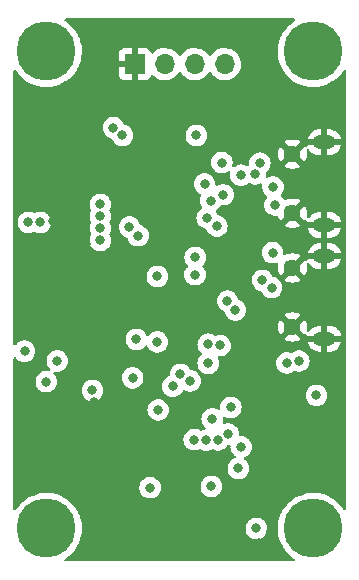
<source format=gbr>
%TF.GenerationSoftware,KiCad,Pcbnew,(6.0.2)*%
%TF.CreationDate,2022-06-15T17:14:16+10:00*%
%TF.ProjectId,RFM95_Serial_Converter_PCB,52464d39-355f-4536-9572-69616c5f436f,rev?*%
%TF.SameCoordinates,Original*%
%TF.FileFunction,Copper,L2,Inr*%
%TF.FilePolarity,Positive*%
%FSLAX46Y46*%
G04 Gerber Fmt 4.6, Leading zero omitted, Abs format (unit mm)*
G04 Created by KiCad (PCBNEW (6.0.2)) date 2022-06-15 17:14:16*
%MOMM*%
%LPD*%
G01*
G04 APERTURE LIST*
%TA.AperFunction,ComponentPad*%
%ADD10C,5.000000*%
%TD*%
%TA.AperFunction,ComponentPad*%
%ADD11R,1.700000X1.700000*%
%TD*%
%TA.AperFunction,ComponentPad*%
%ADD12O,1.700000X1.700000*%
%TD*%
%TA.AperFunction,ComponentPad*%
%ADD13O,1.900000X1.200000*%
%TD*%
%TA.AperFunction,ComponentPad*%
%ADD14C,1.450000*%
%TD*%
%TA.AperFunction,ViaPad*%
%ADD15C,0.800000*%
%TD*%
G04 APERTURE END LIST*
D10*
%TO.N,N/C*%
%TO.C,H3*%
X87630000Y-83820000D03*
%TD*%
D11*
%TO.N,GND*%
%TO.C,J1*%
X72517000Y-44507000D03*
D12*
%TO.N,/Data_Interfaces/SWCLK*%
X75057000Y-44507000D03*
%TO.N,/Data_Interfaces/SWDIO*%
X77597000Y-44507000D03*
%TO.N,+3V3*%
X80137000Y-44507000D03*
%TD*%
D13*
%TO.N,GND*%
%TO.C,J5*%
X88569500Y-67762000D03*
D14*
X85869500Y-66762000D03*
D13*
X88569500Y-60762000D03*
D14*
X85869500Y-61762000D03*
%TD*%
D13*
%TO.N,GND*%
%TO.C,J4*%
X88569500Y-51126000D03*
D14*
X85869500Y-57126000D03*
D13*
X88569500Y-58126000D03*
D14*
X85869500Y-52126000D03*
%TD*%
D10*
%TO.N,N/C*%
%TO.C,H2*%
X87630000Y-43434000D03*
%TD*%
%TO.N,N/C*%
%TO.C,H4*%
X65024000Y-83820000D03*
%TD*%
%TO.N,N/C*%
%TO.C,H1*%
X65024000Y-43434000D03*
%TD*%
D15*
%TO.N,+5V*%
X72789888Y-59028091D03*
%TO.N,+3V3*%
X64516000Y-57912000D03*
X63500000Y-57912000D03*
X69596000Y-59436000D03*
X69596000Y-58420000D03*
X69596000Y-57404000D03*
X69596000Y-56388000D03*
%TO.N,GND*%
X76454000Y-64516000D03*
X75438000Y-64770000D03*
X74168000Y-64516000D03*
X72136000Y-62230000D03*
X62738000Y-62230000D03*
X85852000Y-72136000D03*
%TO.N,+3V3*%
X79998957Y-55567509D03*
X77724000Y-50546000D03*
%TO.N,GND*%
X74168000Y-55118000D03*
X72390000Y-61214000D03*
%TO.N,+3V3*%
X74422000Y-62484000D03*
%TO.N,GND*%
X70125671Y-65384025D03*
%TO.N,+3V3*%
X72644000Y-67818000D03*
X65026683Y-71382540D03*
%TO.N,GND*%
X68834000Y-77216000D03*
%TO.N,+3V3*%
X82804000Y-83820000D03*
%TO.N,GND*%
X82243000Y-63449200D03*
%TO.N,+3V3*%
X83312000Y-62809500D03*
X81280000Y-78740000D03*
X78994000Y-80264000D03*
X73812400Y-80365600D03*
%TO.N,GND*%
X69088000Y-73152000D03*
%TO.N,+3V3*%
X68935902Y-72136000D03*
%TO.N,GND*%
X65278000Y-67056000D03*
X62992000Y-65278000D03*
X63500000Y-72390000D03*
X63500000Y-73406000D03*
X63500000Y-74422000D03*
X63500000Y-75438000D03*
X63500000Y-76454000D03*
X63500000Y-77470000D03*
X63500000Y-78486000D03*
X85344000Y-80264000D03*
X84328000Y-80264000D03*
X83312000Y-80264000D03*
X86614000Y-80264000D03*
X89662000Y-78232000D03*
X89662000Y-77216000D03*
X89749361Y-76215425D03*
X83058000Y-85090000D03*
X83058000Y-86106000D03*
X84074000Y-86106000D03*
X84074000Y-85090000D03*
X84074000Y-84074000D03*
X84074000Y-83058000D03*
X84074000Y-82042000D03*
X73914000Y-85344000D03*
X78486000Y-86106000D03*
X78486000Y-85090000D03*
X78486000Y-84074000D03*
X78486000Y-83058000D03*
X78486000Y-82042000D03*
X70104000Y-85344000D03*
X70104000Y-82296000D03*
X70104000Y-83312000D03*
X70104000Y-84328000D03*
X73914000Y-84328000D03*
X89749500Y-75199425D03*
X89749500Y-74168000D03*
X89749500Y-73166636D03*
X89749500Y-72151425D03*
%TO.N,/Data_Interfaces/SWCLK*%
X80365600Y-64566800D03*
%TO.N,Net-(R1-Pad1)*%
X72065388Y-58293049D03*
%TO.N,/Data_Interfaces/TX_RADIO*%
X79728469Y-68326000D03*
%TO.N,/Data_Interfaces/RX_RADIO*%
X78934534Y-56069900D03*
X81510143Y-53910117D03*
X87900605Y-72543476D03*
%TO.N,/Data_Interfaces/CTS_RADIO*%
X83108800Y-52883502D03*
X79884427Y-52847373D03*
X86414258Y-69634157D03*
%TO.N,/Data_Interfaces/RTS_RADIO*%
X78430670Y-54650142D03*
X82718159Y-53803504D03*
X85385411Y-69810096D03*
%TO.N,/Data_Interfaces/SWDIO*%
X81029966Y-65313542D03*
%TO.N,Net-(R2-Pad2)*%
X74422000Y-68021200D03*
X71475600Y-50546000D03*
%TO.N,Net-(C7-Pad2)*%
X72339200Y-71069200D03*
X70713600Y-49885600D03*
%TO.N,/STM32F405/OSC_IN*%
X63188948Y-68811277D03*
X65957127Y-69628964D03*
%TO.N,/915MHz_Radio/IO5_RF*%
X80643984Y-73558410D03*
%TO.N,/915MHz_Radio/IO3_RF*%
X81529701Y-76915499D03*
%TO.N,/915MHz_Radio/IO4_RF*%
X80413184Y-75806900D03*
%TO.N,/915MHz_Radio/IO2_RF*%
X79563357Y-76333017D03*
%TO.N,/915MHz_Radio/IO1_RF*%
X78551985Y-76346243D03*
%TO.N,/915MHz_Radio/IO0_RF*%
X77553637Y-76298208D03*
%TO.N,/915MHz_Radio/RESET_RF*%
X79075228Y-74533135D03*
%TO.N,/915MHz_Radio/SPI_MOSI*%
X77216000Y-71323200D03*
%TO.N,/915MHz_Radio/SPI_MISO*%
X76384364Y-70768776D03*
%TO.N,/915MHz_Radio/SPI_CLK*%
X75729500Y-71780400D03*
%TO.N,/915MHz_Radio/CS_RF*%
X74500869Y-73781071D03*
%TO.N,/STM32F405/USB2_IN-*%
X78734957Y-68216733D03*
%TO.N,/STM32F405/USB2_IN+*%
X78728300Y-69836700D03*
%TO.N,/Data_Interfaces/USB1_IN_D-*%
X78644395Y-57525931D03*
%TO.N,/Data_Interfaces/USB1_IN_D+*%
X79468836Y-58223874D03*
%TO.N,/Data_Interfaces/USB1_D+*%
X84224138Y-54899238D03*
X84382160Y-56433562D03*
%TO.N,/STM32F405/USB2_IN-*%
X77634094Y-60868500D03*
%TO.N,/STM32F405/USB2_IN+*%
X77614937Y-62334738D03*
%TO.N,/Data_Interfaces/USB2_D-*%
X84187589Y-60474631D03*
X84101419Y-63422544D03*
%TO.N,GND*%
X66531066Y-56862134D03*
X67462400Y-57818867D03*
X67479332Y-55905401D03*
X65582800Y-55910104D03*
X67462400Y-58775600D03*
X68427600Y-57835799D03*
X65582800Y-60689068D03*
X68427600Y-55922333D03*
X68427600Y-59749265D03*
X68427600Y-54954312D03*
X67462400Y-59732333D03*
X66531066Y-55905401D03*
X67462400Y-56862134D03*
X66531066Y-57818867D03*
X65582800Y-58777480D03*
X68427600Y-58792532D03*
X67479332Y-60689068D03*
X66531066Y-58775600D03*
X65582800Y-56865896D03*
X66531066Y-60689068D03*
X67479332Y-54954312D03*
X65582800Y-54954312D03*
X68427600Y-56879066D03*
X65582800Y-57821688D03*
X66531066Y-59732333D03*
X66531066Y-54954312D03*
X65582800Y-59733272D03*
%TD*%
%TA.AperFunction,Conductor*%
%TO.N,GND*%
G36*
X86052501Y-40660002D02*
G01*
X86098994Y-40713658D01*
X86109098Y-40783932D01*
X86079604Y-40848512D01*
X86051336Y-40872737D01*
X85884279Y-40977532D01*
X85881443Y-40979804D01*
X85881436Y-40979809D01*
X85637384Y-41175332D01*
X85613509Y-41194459D01*
X85369466Y-41441071D01*
X85367225Y-41443929D01*
X85310732Y-41515978D01*
X85155386Y-41714098D01*
X85153493Y-41717187D01*
X85153491Y-41717190D01*
X85107233Y-41792676D01*
X84974105Y-42009921D01*
X84972580Y-42013206D01*
X84972578Y-42013210D01*
X84933505Y-42097386D01*
X84828027Y-42324620D01*
X84719087Y-42654023D01*
X84648730Y-42993764D01*
X84617888Y-43339341D01*
X84617983Y-43342971D01*
X84617983Y-43342972D01*
X84624830Y-43604438D01*
X84626970Y-43686171D01*
X84675856Y-44029660D01*
X84763897Y-44365253D01*
X84889927Y-44688503D01*
X84891624Y-44691708D01*
X85050094Y-44991006D01*
X85052275Y-44995126D01*
X85054325Y-44998109D01*
X85054327Y-44998112D01*
X85246733Y-45278064D01*
X85246739Y-45278071D01*
X85248790Y-45281056D01*
X85386259Y-45438640D01*
X85419750Y-45477031D01*
X85476866Y-45542505D01*
X85562392Y-45620327D01*
X85689268Y-45735775D01*
X85733481Y-45776006D01*
X86015233Y-45978466D01*
X86318388Y-46147200D01*
X86638928Y-46279972D01*
X86642422Y-46280967D01*
X86642424Y-46280968D01*
X86969103Y-46374025D01*
X86969108Y-46374026D01*
X86972604Y-46375022D01*
X87169304Y-46407233D01*
X87311412Y-46430504D01*
X87311419Y-46430505D01*
X87314993Y-46431090D01*
X87488276Y-46439262D01*
X87657931Y-46447263D01*
X87657932Y-46447263D01*
X87661558Y-46447434D01*
X87670415Y-46446830D01*
X88004073Y-46424084D01*
X88004081Y-46424083D01*
X88007704Y-46423836D01*
X88011279Y-46423173D01*
X88011282Y-46423173D01*
X88345279Y-46361270D01*
X88345283Y-46361269D01*
X88348844Y-46360609D01*
X88680456Y-46258592D01*
X88998145Y-46119136D01*
X89242511Y-45976341D01*
X89294560Y-45945926D01*
X89294562Y-45945925D01*
X89297700Y-45944091D01*
X89398915Y-45868097D01*
X89572244Y-45737958D01*
X89572248Y-45737955D01*
X89575151Y-45735775D01*
X89826819Y-45496950D01*
X90049370Y-45230783D01*
X90060399Y-45213994D01*
X90192688Y-45012601D01*
X90246806Y-44966647D01*
X90317177Y-44957246D01*
X90381460Y-44987383D01*
X90419245Y-45047490D01*
X90424000Y-45081778D01*
X90424000Y-82170834D01*
X90403998Y-82238955D01*
X90350342Y-82285448D01*
X90280068Y-82295552D01*
X90215488Y-82266058D01*
X90188552Y-82233261D01*
X90159212Y-82181823D01*
X90157417Y-82178676D01*
X90151657Y-82170834D01*
X89954161Y-81901978D01*
X89952018Y-81899060D01*
X89715842Y-81644904D01*
X89452019Y-81419578D01*
X89164047Y-81226069D01*
X88855741Y-81066940D01*
X88531189Y-80944302D01*
X88527668Y-80943418D01*
X88527663Y-80943416D01*
X88364943Y-80902544D01*
X88194692Y-80859780D01*
X88172476Y-80856855D01*
X87854315Y-80814968D01*
X87854307Y-80814967D01*
X87850711Y-80814494D01*
X87706045Y-80812221D01*
X87507446Y-80809101D01*
X87507442Y-80809101D01*
X87503804Y-80809044D01*
X87500190Y-80809405D01*
X87500184Y-80809405D01*
X87256843Y-80833694D01*
X87158569Y-80843503D01*
X86819583Y-80917414D01*
X86816156Y-80918587D01*
X86816150Y-80918589D01*
X86737296Y-80945587D01*
X86491339Y-81029797D01*
X86178188Y-81179163D01*
X85884279Y-81363532D01*
X85881443Y-81365804D01*
X85881436Y-81365809D01*
X85637384Y-81561332D01*
X85613509Y-81580459D01*
X85369466Y-81827071D01*
X85367225Y-81829929D01*
X85310732Y-81901978D01*
X85155386Y-82100098D01*
X85153493Y-82103187D01*
X85153491Y-82103190D01*
X85107233Y-82178676D01*
X84974105Y-82395921D01*
X84972580Y-82399206D01*
X84972578Y-82399210D01*
X84933505Y-82483386D01*
X84828027Y-82710620D01*
X84797586Y-82802666D01*
X84722772Y-83028882D01*
X84719087Y-83040023D01*
X84718351Y-83043578D01*
X84718350Y-83043581D01*
X84668757Y-83283056D01*
X84648730Y-83379764D01*
X84617888Y-83725341D01*
X84617983Y-83728971D01*
X84617983Y-83728972D01*
X84626875Y-84068546D01*
X84626970Y-84072171D01*
X84675856Y-84415660D01*
X84763897Y-84751253D01*
X84889927Y-85074503D01*
X84891624Y-85077708D01*
X85025113Y-85329825D01*
X85052275Y-85381126D01*
X85054325Y-85384109D01*
X85054327Y-85384112D01*
X85246733Y-85664064D01*
X85246739Y-85664071D01*
X85248790Y-85667056D01*
X85476866Y-85928505D01*
X85479551Y-85930948D01*
X85689268Y-86121775D01*
X85733481Y-86162006D01*
X86015233Y-86364466D01*
X86037281Y-86376738D01*
X86039378Y-86377905D01*
X86089173Y-86428512D01*
X86103702Y-86498006D01*
X86078354Y-86564323D01*
X86021176Y-86606408D01*
X85978100Y-86614000D01*
X66671209Y-86614000D01*
X66603088Y-86593998D01*
X66556595Y-86540342D01*
X66546491Y-86470068D01*
X66575985Y-86405488D01*
X66607639Y-86379212D01*
X66688560Y-86331926D01*
X66688562Y-86331925D01*
X66691700Y-86330091D01*
X66694609Y-86327907D01*
X66966244Y-86123958D01*
X66966248Y-86123955D01*
X66969151Y-86121775D01*
X67220819Y-85882950D01*
X67443370Y-85616783D01*
X67633853Y-85326799D01*
X67762446Y-85071121D01*
X67788117Y-85020080D01*
X67788120Y-85020072D01*
X67789744Y-85016844D01*
X67888222Y-84747741D01*
X67907729Y-84694437D01*
X67907730Y-84694433D01*
X67908977Y-84691026D01*
X67909822Y-84687504D01*
X67909825Y-84687496D01*
X67989124Y-84357191D01*
X67989125Y-84357187D01*
X67989971Y-84353662D01*
X68009588Y-84191556D01*
X68031316Y-84012004D01*
X68031316Y-84011997D01*
X68031652Y-84009225D01*
X68037599Y-83820000D01*
X81890496Y-83820000D01*
X81910458Y-84009928D01*
X81969473Y-84191556D01*
X82064960Y-84356944D01*
X82192747Y-84498866D01*
X82347248Y-84611118D01*
X82353276Y-84613802D01*
X82353278Y-84613803D01*
X82515681Y-84686109D01*
X82521712Y-84688794D01*
X82615113Y-84708647D01*
X82702056Y-84727128D01*
X82702061Y-84727128D01*
X82708513Y-84728500D01*
X82899487Y-84728500D01*
X82905939Y-84727128D01*
X82905944Y-84727128D01*
X82992887Y-84708647D01*
X83086288Y-84688794D01*
X83092319Y-84686109D01*
X83254722Y-84613803D01*
X83254724Y-84613802D01*
X83260752Y-84611118D01*
X83415253Y-84498866D01*
X83543040Y-84356944D01*
X83638527Y-84191556D01*
X83697542Y-84009928D01*
X83717504Y-83820000D01*
X83707555Y-83725341D01*
X83698232Y-83636635D01*
X83698232Y-83636633D01*
X83697542Y-83630072D01*
X83638527Y-83448444D01*
X83543040Y-83283056D01*
X83415253Y-83141134D01*
X83316157Y-83069136D01*
X83266094Y-83032763D01*
X83266093Y-83032762D01*
X83260752Y-83028882D01*
X83254724Y-83026198D01*
X83254722Y-83026197D01*
X83092319Y-82953891D01*
X83092318Y-82953891D01*
X83086288Y-82951206D01*
X82992888Y-82931353D01*
X82905944Y-82912872D01*
X82905939Y-82912872D01*
X82899487Y-82911500D01*
X82708513Y-82911500D01*
X82702061Y-82912872D01*
X82702056Y-82912872D01*
X82615112Y-82931353D01*
X82521712Y-82951206D01*
X82515682Y-82953891D01*
X82515681Y-82953891D01*
X82353278Y-83026197D01*
X82353276Y-83026198D01*
X82347248Y-83028882D01*
X82341907Y-83032762D01*
X82341906Y-83032763D01*
X82291843Y-83069136D01*
X82192747Y-83141134D01*
X82064960Y-83283056D01*
X81969473Y-83448444D01*
X81910458Y-83630072D01*
X81909768Y-83636633D01*
X81909768Y-83636635D01*
X81900445Y-83725341D01*
X81890496Y-83820000D01*
X68037599Y-83820000D01*
X68037438Y-83817204D01*
X68017836Y-83477246D01*
X68017835Y-83477241D01*
X68017627Y-83473626D01*
X67957976Y-83131842D01*
X67928628Y-83032763D01*
X67893114Y-82912872D01*
X67859437Y-82799180D01*
X67723316Y-82480048D01*
X67673569Y-82392831D01*
X67553208Y-82181816D01*
X67551417Y-82178676D01*
X67545657Y-82170834D01*
X67348161Y-81901978D01*
X67346018Y-81899060D01*
X67109842Y-81644904D01*
X66846019Y-81419578D01*
X66558047Y-81226069D01*
X66249741Y-81066940D01*
X65925189Y-80944302D01*
X65921668Y-80943418D01*
X65921663Y-80943416D01*
X65758943Y-80902544D01*
X65588692Y-80859780D01*
X65566476Y-80856855D01*
X65248315Y-80814968D01*
X65248307Y-80814967D01*
X65244711Y-80814494D01*
X65100045Y-80812221D01*
X64901446Y-80809101D01*
X64901442Y-80809101D01*
X64897804Y-80809044D01*
X64894190Y-80809405D01*
X64894184Y-80809405D01*
X64650843Y-80833694D01*
X64552569Y-80843503D01*
X64213583Y-80917414D01*
X64210156Y-80918587D01*
X64210150Y-80918589D01*
X64131296Y-80945587D01*
X63885339Y-81029797D01*
X63572188Y-81179163D01*
X63278279Y-81363532D01*
X63275443Y-81365804D01*
X63275436Y-81365809D01*
X63031384Y-81561332D01*
X63007509Y-81580459D01*
X62763466Y-81827071D01*
X62761225Y-81829929D01*
X62704732Y-81901978D01*
X62549386Y-82100098D01*
X62547493Y-82103187D01*
X62547491Y-82103190D01*
X62463433Y-82240360D01*
X62410785Y-82287991D01*
X62340743Y-82299598D01*
X62275546Y-82271495D01*
X62235892Y-82212604D01*
X62230000Y-82174525D01*
X62230000Y-80365600D01*
X72898896Y-80365600D01*
X72899586Y-80372165D01*
X72908180Y-80453928D01*
X72918858Y-80555528D01*
X72977873Y-80737156D01*
X73073360Y-80902544D01*
X73201147Y-81044466D01*
X73300243Y-81116464D01*
X73322720Y-81132794D01*
X73355648Y-81156718D01*
X73361676Y-81159402D01*
X73361678Y-81159403D01*
X73515948Y-81228088D01*
X73530112Y-81234394D01*
X73623512Y-81254247D01*
X73710456Y-81272728D01*
X73710461Y-81272728D01*
X73716913Y-81274100D01*
X73907887Y-81274100D01*
X73914339Y-81272728D01*
X73914344Y-81272728D01*
X74001288Y-81254247D01*
X74094688Y-81234394D01*
X74108852Y-81228088D01*
X74263122Y-81159403D01*
X74263124Y-81159402D01*
X74269152Y-81156718D01*
X74302081Y-81132794D01*
X74324557Y-81116464D01*
X74423653Y-81044466D01*
X74551440Y-80902544D01*
X74646927Y-80737156D01*
X74705942Y-80555528D01*
X74716621Y-80453928D01*
X74725214Y-80372165D01*
X74725904Y-80365600D01*
X74715226Y-80264000D01*
X78080496Y-80264000D01*
X78100458Y-80453928D01*
X78159473Y-80635556D01*
X78254960Y-80800944D01*
X78259378Y-80805851D01*
X78259379Y-80805852D01*
X78262578Y-80809405D01*
X78382747Y-80942866D01*
X78481843Y-81014864D01*
X78504543Y-81031356D01*
X78537248Y-81055118D01*
X78543276Y-81057802D01*
X78543278Y-81057803D01*
X78705681Y-81130109D01*
X78711712Y-81132794D01*
X78805112Y-81152647D01*
X78892056Y-81171128D01*
X78892061Y-81171128D01*
X78898513Y-81172500D01*
X79089487Y-81172500D01*
X79095939Y-81171128D01*
X79095944Y-81171128D01*
X79182888Y-81152647D01*
X79276288Y-81132794D01*
X79282319Y-81130109D01*
X79444722Y-81057803D01*
X79444724Y-81057802D01*
X79450752Y-81055118D01*
X79483458Y-81031356D01*
X79506157Y-81014864D01*
X79605253Y-80942866D01*
X79725422Y-80809405D01*
X79728621Y-80805852D01*
X79728622Y-80805851D01*
X79733040Y-80800944D01*
X79828527Y-80635556D01*
X79887542Y-80453928D01*
X79907504Y-80264000D01*
X79898910Y-80182235D01*
X79888232Y-80080635D01*
X79888232Y-80080633D01*
X79887542Y-80074072D01*
X79828527Y-79892444D01*
X79733040Y-79727056D01*
X79605253Y-79585134D01*
X79487376Y-79499491D01*
X79456094Y-79476763D01*
X79456093Y-79476762D01*
X79450752Y-79472882D01*
X79444724Y-79470198D01*
X79444722Y-79470197D01*
X79282319Y-79397891D01*
X79282318Y-79397891D01*
X79276288Y-79395206D01*
X79182888Y-79375353D01*
X79095944Y-79356872D01*
X79095939Y-79356872D01*
X79089487Y-79355500D01*
X78898513Y-79355500D01*
X78892061Y-79356872D01*
X78892056Y-79356872D01*
X78805112Y-79375353D01*
X78711712Y-79395206D01*
X78705682Y-79397891D01*
X78705681Y-79397891D01*
X78543278Y-79470197D01*
X78543276Y-79470198D01*
X78537248Y-79472882D01*
X78531907Y-79476762D01*
X78531906Y-79476763D01*
X78500624Y-79499491D01*
X78382747Y-79585134D01*
X78254960Y-79727056D01*
X78159473Y-79892444D01*
X78100458Y-80074072D01*
X78099768Y-80080633D01*
X78099768Y-80080635D01*
X78089090Y-80182235D01*
X78080496Y-80264000D01*
X74715226Y-80264000D01*
X74705942Y-80175672D01*
X74646927Y-79994044D01*
X74551440Y-79828656D01*
X74423653Y-79686734D01*
X74269152Y-79574482D01*
X74263124Y-79571798D01*
X74263122Y-79571797D01*
X74100719Y-79499491D01*
X74100718Y-79499491D01*
X74094688Y-79496806D01*
X74000394Y-79476763D01*
X73914344Y-79458472D01*
X73914339Y-79458472D01*
X73907887Y-79457100D01*
X73716913Y-79457100D01*
X73710461Y-79458472D01*
X73710456Y-79458472D01*
X73624406Y-79476763D01*
X73530112Y-79496806D01*
X73524082Y-79499491D01*
X73524081Y-79499491D01*
X73361678Y-79571797D01*
X73361676Y-79571798D01*
X73355648Y-79574482D01*
X73201147Y-79686734D01*
X73073360Y-79828656D01*
X72977873Y-79994044D01*
X72918858Y-80175672D01*
X72898896Y-80365600D01*
X62230000Y-80365600D01*
X62230000Y-76298208D01*
X76640133Y-76298208D01*
X76660095Y-76488136D01*
X76719110Y-76669764D01*
X76814597Y-76835152D01*
X76819015Y-76840059D01*
X76819016Y-76840060D01*
X76881031Y-76908935D01*
X76942384Y-76977074D01*
X77096885Y-77089326D01*
X77102913Y-77092010D01*
X77102915Y-77092011D01*
X77265318Y-77164317D01*
X77271349Y-77167002D01*
X77364750Y-77186855D01*
X77451693Y-77205336D01*
X77451698Y-77205336D01*
X77458150Y-77206708D01*
X77649124Y-77206708D01*
X77655576Y-77205336D01*
X77655581Y-77205336D01*
X77742524Y-77186855D01*
X77835925Y-77167002D01*
X77896470Y-77140046D01*
X77955545Y-77113744D01*
X78025912Y-77104310D01*
X78080854Y-77126914D01*
X78089892Y-77133481D01*
X78089895Y-77133483D01*
X78095233Y-77137361D01*
X78101261Y-77140045D01*
X78101263Y-77140046D01*
X78263666Y-77212352D01*
X78269697Y-77215037D01*
X78363098Y-77234890D01*
X78450041Y-77253371D01*
X78450046Y-77253371D01*
X78456498Y-77254743D01*
X78647472Y-77254743D01*
X78653924Y-77253371D01*
X78653929Y-77253371D01*
X78740872Y-77234890D01*
X78834273Y-77215037D01*
X78840304Y-77212352D01*
X79002705Y-77140047D01*
X79002708Y-77140045D01*
X79008737Y-77137361D01*
X79009806Y-77136585D01*
X79076895Y-77120307D01*
X79122151Y-77131057D01*
X79281069Y-77201811D01*
X79349747Y-77216409D01*
X79461413Y-77240145D01*
X79461418Y-77240145D01*
X79467870Y-77241517D01*
X79658844Y-77241517D01*
X79665296Y-77240145D01*
X79665301Y-77240145D01*
X79776967Y-77216409D01*
X79845645Y-77201811D01*
X79851676Y-77199126D01*
X80014079Y-77126820D01*
X80014081Y-77126819D01*
X80020109Y-77124135D01*
X80037218Y-77111705D01*
X80077384Y-77082522D01*
X80174610Y-77011883D01*
X80255483Y-76922064D01*
X80297978Y-76874869D01*
X80297979Y-76874868D01*
X80302397Y-76869961D01*
X80339759Y-76805249D01*
X80355260Y-76778400D01*
X80406643Y-76729407D01*
X80464379Y-76715400D01*
X80497291Y-76715400D01*
X80565412Y-76735402D01*
X80611905Y-76789058D01*
X80622601Y-76854570D01*
X80616197Y-76915499D01*
X80616887Y-76922064D01*
X80635084Y-77095195D01*
X80636159Y-77105427D01*
X80695174Y-77287055D01*
X80790661Y-77452443D01*
X80918448Y-77594365D01*
X80923790Y-77598246D01*
X80923792Y-77598248D01*
X81008265Y-77659621D01*
X81051619Y-77715843D01*
X81057694Y-77786580D01*
X81024563Y-77849371D01*
X80985453Y-77876664D01*
X80829278Y-77946197D01*
X80829276Y-77946198D01*
X80823248Y-77948882D01*
X80668747Y-78061134D01*
X80540960Y-78203056D01*
X80445473Y-78368444D01*
X80386458Y-78550072D01*
X80366496Y-78740000D01*
X80386458Y-78929928D01*
X80445473Y-79111556D01*
X80540960Y-79276944D01*
X80668747Y-79418866D01*
X80823248Y-79531118D01*
X80829276Y-79533802D01*
X80829278Y-79533803D01*
X80991681Y-79606109D01*
X80997712Y-79608794D01*
X81091113Y-79628647D01*
X81178056Y-79647128D01*
X81178061Y-79647128D01*
X81184513Y-79648500D01*
X81375487Y-79648500D01*
X81381939Y-79647128D01*
X81381944Y-79647128D01*
X81468887Y-79628647D01*
X81562288Y-79608794D01*
X81568319Y-79606109D01*
X81730722Y-79533803D01*
X81730724Y-79533802D01*
X81736752Y-79531118D01*
X81891253Y-79418866D01*
X82019040Y-79276944D01*
X82114527Y-79111556D01*
X82173542Y-78929928D01*
X82193504Y-78740000D01*
X82173542Y-78550072D01*
X82114527Y-78368444D01*
X82019040Y-78203056D01*
X81891253Y-78061134D01*
X81801436Y-77995878D01*
X81758082Y-77939656D01*
X81752007Y-77868919D01*
X81785138Y-77806128D01*
X81824248Y-77778835D01*
X81980423Y-77709302D01*
X81980425Y-77709301D01*
X81986453Y-77706617D01*
X82140954Y-77594365D01*
X82268741Y-77452443D01*
X82364228Y-77287055D01*
X82423243Y-77105427D01*
X82424319Y-77095195D01*
X82442515Y-76922064D01*
X82443205Y-76915499D01*
X82429916Y-76789058D01*
X82423933Y-76732134D01*
X82423933Y-76732132D01*
X82423243Y-76725571D01*
X82364228Y-76543943D01*
X82268741Y-76378555D01*
X82202308Y-76304773D01*
X82145376Y-76241544D01*
X82145375Y-76241543D01*
X82140954Y-76236633D01*
X81986453Y-76124381D01*
X81980425Y-76121697D01*
X81980423Y-76121696D01*
X81818020Y-76049390D01*
X81818019Y-76049390D01*
X81811989Y-76046705D01*
X81718588Y-76026852D01*
X81631645Y-76008371D01*
X81631640Y-76008371D01*
X81625188Y-76006999D01*
X81445594Y-76006999D01*
X81377473Y-75986997D01*
X81330980Y-75933341D01*
X81320284Y-75867828D01*
X81325998Y-75813464D01*
X81326688Y-75806900D01*
X81325998Y-75800335D01*
X81307416Y-75623535D01*
X81307416Y-75623533D01*
X81306726Y-75616972D01*
X81247711Y-75435344D01*
X81152224Y-75269956D01*
X81106413Y-75219077D01*
X81028859Y-75132945D01*
X81028858Y-75132944D01*
X81024437Y-75128034D01*
X80869936Y-75015782D01*
X80863908Y-75013098D01*
X80863906Y-75013097D01*
X80701503Y-74940791D01*
X80701502Y-74940791D01*
X80695472Y-74938106D01*
X80602072Y-74918253D01*
X80515128Y-74899772D01*
X80515123Y-74899772D01*
X80508671Y-74898400D01*
X80317697Y-74898400D01*
X80311245Y-74899772D01*
X80311240Y-74899772D01*
X80224296Y-74918253D01*
X80130896Y-74938106D01*
X80124866Y-74940791D01*
X80124865Y-74940791D01*
X80118192Y-74943762D01*
X80047824Y-74953195D01*
X79983528Y-74923087D01*
X79945716Y-74862997D01*
X79947112Y-74789719D01*
X79968770Y-74723063D01*
X79988732Y-74533135D01*
X79981009Y-74459656D01*
X79993781Y-74389818D01*
X80042283Y-74337972D01*
X80111116Y-74320577D01*
X80175814Y-74342969D01*
X80176173Y-74342346D01*
X80179403Y-74344211D01*
X80180377Y-74344548D01*
X80181252Y-74345183D01*
X80187232Y-74349528D01*
X80193260Y-74352212D01*
X80193262Y-74352213D01*
X80277725Y-74389818D01*
X80361696Y-74427204D01*
X80455096Y-74447057D01*
X80542040Y-74465538D01*
X80542045Y-74465538D01*
X80548497Y-74466910D01*
X80739471Y-74466910D01*
X80745923Y-74465538D01*
X80745928Y-74465538D01*
X80832872Y-74447057D01*
X80926272Y-74427204D01*
X81010243Y-74389818D01*
X81094706Y-74352213D01*
X81094708Y-74352212D01*
X81100736Y-74349528D01*
X81106081Y-74345645D01*
X81156141Y-74309274D01*
X81255237Y-74237276D01*
X81383024Y-74095354D01*
X81478511Y-73929966D01*
X81537526Y-73748338D01*
X81557488Y-73558410D01*
X81556798Y-73551845D01*
X81538216Y-73375045D01*
X81538216Y-73375043D01*
X81537526Y-73368482D01*
X81478511Y-73186854D01*
X81383024Y-73021466D01*
X81368013Y-73004794D01*
X81259659Y-72884455D01*
X81259658Y-72884454D01*
X81255237Y-72879544D01*
X81100736Y-72767292D01*
X81094708Y-72764608D01*
X81094706Y-72764607D01*
X80932303Y-72692301D01*
X80932302Y-72692301D01*
X80926272Y-72689616D01*
X80820936Y-72667226D01*
X80745928Y-72651282D01*
X80745923Y-72651282D01*
X80739471Y-72649910D01*
X80548497Y-72649910D01*
X80542045Y-72651282D01*
X80542040Y-72651282D01*
X80467032Y-72667226D01*
X80361696Y-72689616D01*
X80355666Y-72692301D01*
X80355665Y-72692301D01*
X80193262Y-72764607D01*
X80193260Y-72764608D01*
X80187232Y-72767292D01*
X80032731Y-72879544D01*
X80028310Y-72884454D01*
X80028309Y-72884455D01*
X79919956Y-73004794D01*
X79904944Y-73021466D01*
X79809457Y-73186854D01*
X79750442Y-73368482D01*
X79749752Y-73375043D01*
X79749752Y-73375045D01*
X79731170Y-73551845D01*
X79730480Y-73558410D01*
X79737441Y-73624635D01*
X79738203Y-73631888D01*
X79725431Y-73701727D01*
X79676929Y-73753573D01*
X79608096Y-73770968D01*
X79543398Y-73748576D01*
X79543039Y-73749199D01*
X79539809Y-73747334D01*
X79538835Y-73746997D01*
X79537324Y-73745900D01*
X79531980Y-73742017D01*
X79525952Y-73739333D01*
X79525950Y-73739332D01*
X79363547Y-73667026D01*
X79363546Y-73667026D01*
X79357516Y-73664341D01*
X79264115Y-73644488D01*
X79177172Y-73626007D01*
X79177167Y-73626007D01*
X79170715Y-73624635D01*
X78979741Y-73624635D01*
X78973289Y-73626007D01*
X78973284Y-73626007D01*
X78886341Y-73644488D01*
X78792940Y-73664341D01*
X78786910Y-73667026D01*
X78786909Y-73667026D01*
X78624506Y-73739332D01*
X78624504Y-73739333D01*
X78618476Y-73742017D01*
X78613135Y-73745897D01*
X78613134Y-73745898D01*
X78573759Y-73774506D01*
X78463975Y-73854269D01*
X78336188Y-73996191D01*
X78240701Y-74161579D01*
X78181686Y-74343207D01*
X78161724Y-74533135D01*
X78181686Y-74723063D01*
X78240701Y-74904691D01*
X78336188Y-75070079D01*
X78340606Y-75074986D01*
X78340607Y-75074987D01*
X78388371Y-75128034D01*
X78463975Y-75212001D01*
X78472349Y-75218085D01*
X78473714Y-75219077D01*
X78517066Y-75275300D01*
X78523140Y-75346037D01*
X78490006Y-75408827D01*
X78425847Y-75444258D01*
X78398694Y-75450030D01*
X78269697Y-75477449D01*
X78263667Y-75480134D01*
X78263666Y-75480134D01*
X78150077Y-75530707D01*
X78079710Y-75540141D01*
X78024768Y-75517537D01*
X78015730Y-75510970D01*
X78015727Y-75510968D01*
X78010389Y-75507090D01*
X78004361Y-75504406D01*
X78004359Y-75504405D01*
X77841956Y-75432099D01*
X77841955Y-75432099D01*
X77835925Y-75429414D01*
X77739071Y-75408827D01*
X77655581Y-75391080D01*
X77655576Y-75391080D01*
X77649124Y-75389708D01*
X77458150Y-75389708D01*
X77451698Y-75391080D01*
X77451693Y-75391080D01*
X77368203Y-75408827D01*
X77271349Y-75429414D01*
X77265319Y-75432099D01*
X77265318Y-75432099D01*
X77102915Y-75504405D01*
X77102913Y-75504406D01*
X77096885Y-75507090D01*
X76942384Y-75619342D01*
X76814597Y-75761264D01*
X76719110Y-75926652D01*
X76660095Y-76108280D01*
X76659405Y-76114841D01*
X76659405Y-76114843D01*
X76640823Y-76291643D01*
X76640133Y-76298208D01*
X62230000Y-76298208D01*
X62230000Y-73781071D01*
X73587365Y-73781071D01*
X73607327Y-73970999D01*
X73666342Y-74152627D01*
X73761829Y-74318015D01*
X73766247Y-74322922D01*
X73766248Y-74322923D01*
X73860143Y-74427204D01*
X73889616Y-74459937D01*
X74044117Y-74572189D01*
X74050145Y-74574873D01*
X74050147Y-74574874D01*
X74212550Y-74647180D01*
X74218581Y-74649865D01*
X74311982Y-74669718D01*
X74398925Y-74688199D01*
X74398930Y-74688199D01*
X74405382Y-74689571D01*
X74596356Y-74689571D01*
X74602808Y-74688199D01*
X74602813Y-74688199D01*
X74689756Y-74669718D01*
X74783157Y-74649865D01*
X74789188Y-74647180D01*
X74951591Y-74574874D01*
X74951593Y-74574873D01*
X74957621Y-74572189D01*
X75112122Y-74459937D01*
X75141595Y-74427204D01*
X75235490Y-74322923D01*
X75235491Y-74322922D01*
X75239909Y-74318015D01*
X75335396Y-74152627D01*
X75394411Y-73970999D01*
X75414373Y-73781071D01*
X75401960Y-73662969D01*
X75395101Y-73597706D01*
X75395101Y-73597704D01*
X75394411Y-73591143D01*
X75335396Y-73409515D01*
X75239909Y-73244127D01*
X75112122Y-73102205D01*
X75000995Y-73021466D01*
X74962963Y-72993834D01*
X74962962Y-72993833D01*
X74957621Y-72989953D01*
X74951593Y-72987269D01*
X74951591Y-72987268D01*
X74789188Y-72914962D01*
X74789187Y-72914962D01*
X74783157Y-72912277D01*
X74652266Y-72884455D01*
X74602813Y-72873943D01*
X74602808Y-72873943D01*
X74596356Y-72872571D01*
X74405382Y-72872571D01*
X74398930Y-72873943D01*
X74398925Y-72873943D01*
X74349472Y-72884455D01*
X74218581Y-72912277D01*
X74212551Y-72914962D01*
X74212550Y-72914962D01*
X74050147Y-72987268D01*
X74050145Y-72987269D01*
X74044117Y-72989953D01*
X74038776Y-72993833D01*
X74038775Y-72993834D01*
X74000743Y-73021466D01*
X73889616Y-73102205D01*
X73761829Y-73244127D01*
X73666342Y-73409515D01*
X73607327Y-73591143D01*
X73606637Y-73597704D01*
X73606637Y-73597706D01*
X73599778Y-73662969D01*
X73587365Y-73781071D01*
X62230000Y-73781071D01*
X62230000Y-71382540D01*
X64113179Y-71382540D01*
X64133141Y-71572468D01*
X64192156Y-71754096D01*
X64287643Y-71919484D01*
X64292061Y-71924391D01*
X64292062Y-71924392D01*
X64339076Y-71976606D01*
X64415430Y-72061406D01*
X64569931Y-72173658D01*
X64575959Y-72176342D01*
X64575961Y-72176343D01*
X64700296Y-72231700D01*
X64744395Y-72251334D01*
X64837796Y-72271187D01*
X64924739Y-72289668D01*
X64924744Y-72289668D01*
X64931196Y-72291040D01*
X65122170Y-72291040D01*
X65128622Y-72289668D01*
X65128627Y-72289668D01*
X65215570Y-72271187D01*
X65308971Y-72251334D01*
X65353070Y-72231700D01*
X65477405Y-72176343D01*
X65477407Y-72176342D01*
X65483435Y-72173658D01*
X65535267Y-72136000D01*
X68022398Y-72136000D01*
X68042360Y-72325928D01*
X68101375Y-72507556D01*
X68196862Y-72672944D01*
X68201280Y-72677851D01*
X68201281Y-72677852D01*
X68214291Y-72692301D01*
X68324649Y-72814866D01*
X68404073Y-72872571D01*
X68453865Y-72908747D01*
X68479150Y-72927118D01*
X68485178Y-72929802D01*
X68485180Y-72929803D01*
X68620280Y-72989953D01*
X68653614Y-73004794D01*
X68747014Y-73024647D01*
X68833958Y-73043128D01*
X68833963Y-73043128D01*
X68840415Y-73044500D01*
X69031389Y-73044500D01*
X69037841Y-73043128D01*
X69037846Y-73043128D01*
X69124790Y-73024647D01*
X69218190Y-73004794D01*
X69251524Y-72989953D01*
X69386624Y-72929803D01*
X69386626Y-72929802D01*
X69392654Y-72927118D01*
X69417940Y-72908747D01*
X69467731Y-72872571D01*
X69547155Y-72814866D01*
X69657513Y-72692301D01*
X69670523Y-72677852D01*
X69670524Y-72677851D01*
X69674942Y-72672944D01*
X69770429Y-72507556D01*
X69829444Y-72325928D01*
X69849406Y-72136000D01*
X69832624Y-71976328D01*
X69830134Y-71952635D01*
X69830134Y-71952633D01*
X69829444Y-71946072D01*
X69770429Y-71764444D01*
X69674942Y-71599056D01*
X69547155Y-71457134D01*
X69392654Y-71344882D01*
X69386626Y-71342198D01*
X69386624Y-71342197D01*
X69224221Y-71269891D01*
X69224220Y-71269891D01*
X69218190Y-71267206D01*
X69106456Y-71243456D01*
X69037846Y-71228872D01*
X69037841Y-71228872D01*
X69031389Y-71227500D01*
X68840415Y-71227500D01*
X68833963Y-71228872D01*
X68833958Y-71228872D01*
X68765348Y-71243456D01*
X68653614Y-71267206D01*
X68647584Y-71269891D01*
X68647583Y-71269891D01*
X68485180Y-71342197D01*
X68485178Y-71342198D01*
X68479150Y-71344882D01*
X68324649Y-71457134D01*
X68196862Y-71599056D01*
X68101375Y-71764444D01*
X68042360Y-71946072D01*
X68041670Y-71952633D01*
X68041670Y-71952635D01*
X68039180Y-71976328D01*
X68022398Y-72136000D01*
X65535267Y-72136000D01*
X65637936Y-72061406D01*
X65714290Y-71976606D01*
X65761304Y-71924392D01*
X65761305Y-71924391D01*
X65765723Y-71919484D01*
X65861210Y-71754096D01*
X65920225Y-71572468D01*
X65940187Y-71382540D01*
X65920225Y-71192612D01*
X65880126Y-71069200D01*
X71425696Y-71069200D01*
X71445658Y-71259128D01*
X71504673Y-71440756D01*
X71600160Y-71606144D01*
X71604578Y-71611051D01*
X71604579Y-71611052D01*
X71723525Y-71743155D01*
X71727947Y-71748066D01*
X71882448Y-71860318D01*
X71888476Y-71863002D01*
X71888478Y-71863003D01*
X72026361Y-71924392D01*
X72056912Y-71937994D01*
X72150313Y-71957847D01*
X72237256Y-71976328D01*
X72237261Y-71976328D01*
X72243713Y-71977700D01*
X72434687Y-71977700D01*
X72441139Y-71976328D01*
X72441144Y-71976328D01*
X72528087Y-71957847D01*
X72621488Y-71937994D01*
X72652039Y-71924392D01*
X72789922Y-71863003D01*
X72789924Y-71863002D01*
X72795952Y-71860318D01*
X72905949Y-71780400D01*
X74815996Y-71780400D01*
X74816686Y-71786965D01*
X74833409Y-71946072D01*
X74835958Y-71970328D01*
X74894973Y-72151956D01*
X74990460Y-72317344D01*
X74994878Y-72322251D01*
X74994879Y-72322252D01*
X75113825Y-72454355D01*
X75118247Y-72459266D01*
X75176062Y-72501271D01*
X75243188Y-72550041D01*
X75272748Y-72571518D01*
X75278776Y-72574202D01*
X75278778Y-72574203D01*
X75441181Y-72646509D01*
X75447212Y-72649194D01*
X75540612Y-72669047D01*
X75627556Y-72687528D01*
X75627561Y-72687528D01*
X75634013Y-72688900D01*
X75824987Y-72688900D01*
X75831439Y-72687528D01*
X75831444Y-72687528D01*
X75918388Y-72669047D01*
X76011788Y-72649194D01*
X76017819Y-72646509D01*
X76180222Y-72574203D01*
X76180224Y-72574202D01*
X76186252Y-72571518D01*
X76215813Y-72550041D01*
X76224849Y-72543476D01*
X86987101Y-72543476D01*
X86987791Y-72550041D01*
X87002317Y-72688244D01*
X87007063Y-72733404D01*
X87066078Y-72915032D01*
X87161565Y-73080420D01*
X87165983Y-73085327D01*
X87165984Y-73085328D01*
X87284930Y-73217431D01*
X87289352Y-73222342D01*
X87443853Y-73334594D01*
X87449881Y-73337278D01*
X87449883Y-73337279D01*
X87599275Y-73403792D01*
X87618317Y-73412270D01*
X87711718Y-73432123D01*
X87798661Y-73450604D01*
X87798666Y-73450604D01*
X87805118Y-73451976D01*
X87996092Y-73451976D01*
X88002544Y-73450604D01*
X88002549Y-73450604D01*
X88089492Y-73432123D01*
X88182893Y-73412270D01*
X88201935Y-73403792D01*
X88351327Y-73337279D01*
X88351329Y-73337278D01*
X88357357Y-73334594D01*
X88511858Y-73222342D01*
X88516280Y-73217431D01*
X88635226Y-73085328D01*
X88635227Y-73085327D01*
X88639645Y-73080420D01*
X88735132Y-72915032D01*
X88794147Y-72733404D01*
X88798894Y-72688244D01*
X88813419Y-72550041D01*
X88814109Y-72543476D01*
X88794147Y-72353548D01*
X88735132Y-72171920D01*
X88639645Y-72006532D01*
X88601138Y-71963765D01*
X88516280Y-71869521D01*
X88516279Y-71869520D01*
X88511858Y-71864610D01*
X88395953Y-71780400D01*
X88362699Y-71756239D01*
X88362698Y-71756238D01*
X88357357Y-71752358D01*
X88351329Y-71749674D01*
X88351327Y-71749673D01*
X88188924Y-71677367D01*
X88188923Y-71677367D01*
X88182893Y-71674682D01*
X88089493Y-71654829D01*
X88002549Y-71636348D01*
X88002544Y-71636348D01*
X87996092Y-71634976D01*
X87805118Y-71634976D01*
X87798666Y-71636348D01*
X87798661Y-71636348D01*
X87711717Y-71654829D01*
X87618317Y-71674682D01*
X87612287Y-71677367D01*
X87612286Y-71677367D01*
X87449883Y-71749673D01*
X87449881Y-71749674D01*
X87443853Y-71752358D01*
X87438512Y-71756238D01*
X87438511Y-71756239D01*
X87405257Y-71780400D01*
X87289352Y-71864610D01*
X87284931Y-71869520D01*
X87284930Y-71869521D01*
X87200073Y-71963765D01*
X87161565Y-72006532D01*
X87066078Y-72171920D01*
X87007063Y-72353548D01*
X86987101Y-72543476D01*
X76224849Y-72543476D01*
X76282938Y-72501271D01*
X76340753Y-72459266D01*
X76345175Y-72454355D01*
X76464121Y-72322252D01*
X76464122Y-72322251D01*
X76468540Y-72317344D01*
X76564027Y-72151956D01*
X76565183Y-72152623D01*
X76606522Y-72103984D01*
X76674449Y-72083333D01*
X76742758Y-72102683D01*
X76749709Y-72107388D01*
X76753428Y-72110090D01*
X76759248Y-72114318D01*
X76765276Y-72117002D01*
X76765278Y-72117003D01*
X76892528Y-72173658D01*
X76933712Y-72191994D01*
X77027113Y-72211847D01*
X77114056Y-72230328D01*
X77114061Y-72230328D01*
X77120513Y-72231700D01*
X77311487Y-72231700D01*
X77317939Y-72230328D01*
X77317944Y-72230328D01*
X77404887Y-72211847D01*
X77498288Y-72191994D01*
X77539472Y-72173658D01*
X77666722Y-72117003D01*
X77666724Y-72117002D01*
X77672752Y-72114318D01*
X77682291Y-72107388D01*
X77821106Y-72006532D01*
X77827253Y-72002066D01*
X77955040Y-71860144D01*
X78050527Y-71694756D01*
X78109542Y-71513128D01*
X78129504Y-71323200D01*
X78109542Y-71133272D01*
X78050527Y-70951644D01*
X77955040Y-70786256D01*
X77892884Y-70717224D01*
X77831675Y-70649245D01*
X77831674Y-70649244D01*
X77827253Y-70644334D01*
X77680160Y-70537464D01*
X77678094Y-70535963D01*
X77678093Y-70535962D01*
X77672752Y-70532082D01*
X77666724Y-70529398D01*
X77666722Y-70529397D01*
X77504319Y-70457091D01*
X77504318Y-70457091D01*
X77498288Y-70454406D01*
X77404887Y-70434553D01*
X77317944Y-70416072D01*
X77317939Y-70416072D01*
X77311487Y-70414700D01*
X77301729Y-70414700D01*
X77299970Y-70414184D01*
X77298318Y-70414010D01*
X77298350Y-70413708D01*
X77233608Y-70394698D01*
X77192610Y-70351700D01*
X77167444Y-70308112D01*
X77123404Y-70231832D01*
X76995617Y-70089910D01*
X76841116Y-69977658D01*
X76835088Y-69974974D01*
X76835086Y-69974973D01*
X76672683Y-69902667D01*
X76672682Y-69902667D01*
X76666652Y-69899982D01*
X76573251Y-69880129D01*
X76486308Y-69861648D01*
X76486303Y-69861648D01*
X76479851Y-69860276D01*
X76288877Y-69860276D01*
X76282425Y-69861648D01*
X76282420Y-69861648D01*
X76195477Y-69880129D01*
X76102076Y-69899982D01*
X76096046Y-69902667D01*
X76096045Y-69902667D01*
X75933642Y-69974973D01*
X75933640Y-69974974D01*
X75927612Y-69977658D01*
X75773111Y-70089910D01*
X75645324Y-70231832D01*
X75601284Y-70308112D01*
X75553813Y-70390334D01*
X75549837Y-70397220D01*
X75490822Y-70578848D01*
X75490132Y-70585409D01*
X75490132Y-70585411D01*
X75477793Y-70702809D01*
X75470860Y-70768776D01*
X75472182Y-70781348D01*
X75474575Y-70804119D01*
X75461803Y-70873957D01*
X75413302Y-70925804D01*
X75400514Y-70932397D01*
X75278778Y-70986597D01*
X75278776Y-70986598D01*
X75272748Y-70989282D01*
X75118247Y-71101534D01*
X74990460Y-71243456D01*
X74894973Y-71408844D01*
X74835958Y-71590472D01*
X74815996Y-71780400D01*
X72905949Y-71780400D01*
X72950453Y-71748066D01*
X72954875Y-71743155D01*
X73073821Y-71611052D01*
X73073822Y-71611051D01*
X73078240Y-71606144D01*
X73173727Y-71440756D01*
X73232742Y-71259128D01*
X73252704Y-71069200D01*
X73237633Y-70925804D01*
X73233432Y-70885835D01*
X73233432Y-70885833D01*
X73232742Y-70879272D01*
X73173727Y-70697644D01*
X73163692Y-70680262D01*
X73113335Y-70593042D01*
X73078240Y-70532256D01*
X73058791Y-70510655D01*
X72954875Y-70395245D01*
X72954874Y-70395244D01*
X72950453Y-70390334D01*
X72837285Y-70308112D01*
X72801294Y-70281963D01*
X72801293Y-70281962D01*
X72795952Y-70278082D01*
X72789924Y-70275398D01*
X72789922Y-70275397D01*
X72627519Y-70203091D01*
X72627518Y-70203091D01*
X72621488Y-70200406D01*
X72506710Y-70176009D01*
X72441144Y-70162072D01*
X72441139Y-70162072D01*
X72434687Y-70160700D01*
X72243713Y-70160700D01*
X72237261Y-70162072D01*
X72237256Y-70162072D01*
X72171690Y-70176009D01*
X72056912Y-70200406D01*
X72050882Y-70203091D01*
X72050881Y-70203091D01*
X71888478Y-70275397D01*
X71888476Y-70275398D01*
X71882448Y-70278082D01*
X71877107Y-70281962D01*
X71877106Y-70281963D01*
X71841115Y-70308112D01*
X71727947Y-70390334D01*
X71723526Y-70395244D01*
X71723525Y-70395245D01*
X71619610Y-70510655D01*
X71600160Y-70532256D01*
X71565065Y-70593042D01*
X71514709Y-70680262D01*
X71504673Y-70697644D01*
X71445658Y-70879272D01*
X71444968Y-70885833D01*
X71444968Y-70885835D01*
X71440767Y-70925804D01*
X71425696Y-71069200D01*
X65880126Y-71069200D01*
X65861210Y-71010984D01*
X65765723Y-70845596D01*
X65707874Y-70781348D01*
X65659392Y-70727503D01*
X65628674Y-70663496D01*
X65637439Y-70593042D01*
X65682902Y-70538511D01*
X65750629Y-70517216D01*
X65779225Y-70519946D01*
X65855183Y-70536092D01*
X65855188Y-70536092D01*
X65861640Y-70537464D01*
X66052614Y-70537464D01*
X66059066Y-70536092D01*
X66059071Y-70536092D01*
X66155635Y-70515566D01*
X66239415Y-70497758D01*
X66250450Y-70492845D01*
X66407849Y-70422767D01*
X66407851Y-70422766D01*
X66413879Y-70420082D01*
X66419399Y-70416072D01*
X66561232Y-70313023D01*
X66568380Y-70307830D01*
X66696167Y-70165908D01*
X66791654Y-70000520D01*
X66844883Y-69836700D01*
X77814796Y-69836700D01*
X77815486Y-69843265D01*
X77832622Y-70006302D01*
X77834758Y-70026628D01*
X77893773Y-70208256D01*
X77989260Y-70373644D01*
X77993678Y-70378551D01*
X77993679Y-70378552D01*
X78102248Y-70499130D01*
X78117047Y-70515566D01*
X78271548Y-70627818D01*
X78277576Y-70630502D01*
X78277578Y-70630503D01*
X78439981Y-70702809D01*
X78446012Y-70705494D01*
X78539412Y-70725347D01*
X78626356Y-70743828D01*
X78626361Y-70743828D01*
X78632813Y-70745200D01*
X78823787Y-70745200D01*
X78830239Y-70743828D01*
X78830244Y-70743828D01*
X78917188Y-70725347D01*
X79010588Y-70705494D01*
X79016619Y-70702809D01*
X79179022Y-70630503D01*
X79179024Y-70630502D01*
X79185052Y-70627818D01*
X79339553Y-70515566D01*
X79354352Y-70499130D01*
X79462921Y-70378552D01*
X79462922Y-70378551D01*
X79467340Y-70373644D01*
X79562827Y-70208256D01*
X79621842Y-70026628D01*
X79623979Y-70006302D01*
X79641114Y-69843265D01*
X79641804Y-69836700D01*
X79639008Y-69810096D01*
X84471907Y-69810096D01*
X84491869Y-70000024D01*
X84550884Y-70181652D01*
X84554187Y-70187374D01*
X84554188Y-70187375D01*
X84561712Y-70200406D01*
X84646371Y-70347040D01*
X84650789Y-70351947D01*
X84650790Y-70351948D01*
X84765354Y-70479184D01*
X84774158Y-70488962D01*
X84833747Y-70532256D01*
X84915182Y-70591422D01*
X84928659Y-70601214D01*
X84934687Y-70603898D01*
X84934689Y-70603899D01*
X85068547Y-70663496D01*
X85103123Y-70678890D01*
X85191353Y-70697644D01*
X85283467Y-70717224D01*
X85283472Y-70717224D01*
X85289924Y-70718596D01*
X85480898Y-70718596D01*
X85487350Y-70717224D01*
X85487355Y-70717224D01*
X85579469Y-70697644D01*
X85667699Y-70678890D01*
X85702275Y-70663496D01*
X85836133Y-70603899D01*
X85836135Y-70603898D01*
X85842163Y-70601214D01*
X85853411Y-70593042D01*
X85977284Y-70503043D01*
X86044152Y-70479184D01*
X86102594Y-70489872D01*
X86114276Y-70495073D01*
X86131970Y-70502951D01*
X86209587Y-70519449D01*
X86312314Y-70541285D01*
X86312319Y-70541285D01*
X86318771Y-70542657D01*
X86509745Y-70542657D01*
X86516197Y-70541285D01*
X86516202Y-70541285D01*
X86618929Y-70519449D01*
X86696546Y-70502951D01*
X86702577Y-70500266D01*
X86864980Y-70427960D01*
X86864982Y-70427959D01*
X86871010Y-70425275D01*
X86880388Y-70418462D01*
X86949944Y-70367926D01*
X87025511Y-70313023D01*
X87034609Y-70302919D01*
X87148879Y-70176009D01*
X87148880Y-70176008D01*
X87153298Y-70171101D01*
X87248785Y-70005713D01*
X87307800Y-69824085D01*
X87327762Y-69634157D01*
X87307800Y-69444229D01*
X87248785Y-69262601D01*
X87237772Y-69243525D01*
X87191133Y-69162745D01*
X87153298Y-69097213D01*
X87086350Y-69022859D01*
X87029933Y-68960202D01*
X87029932Y-68960201D01*
X87025511Y-68955291D01*
X86926415Y-68883293D01*
X86876352Y-68846920D01*
X86876351Y-68846919D01*
X86871010Y-68843039D01*
X86864982Y-68840355D01*
X86864980Y-68840354D01*
X86702577Y-68768048D01*
X86702576Y-68768048D01*
X86696546Y-68765363D01*
X86603145Y-68745510D01*
X86516202Y-68727029D01*
X86516197Y-68727029D01*
X86509745Y-68725657D01*
X86318771Y-68725657D01*
X86312319Y-68727029D01*
X86312314Y-68727029D01*
X86225371Y-68745510D01*
X86131970Y-68765363D01*
X86125940Y-68768048D01*
X86125939Y-68768048D01*
X85963536Y-68840354D01*
X85963534Y-68840355D01*
X85957506Y-68843039D01*
X85952165Y-68846919D01*
X85952164Y-68846920D01*
X85822385Y-68941210D01*
X85755517Y-68965069D01*
X85697075Y-68954381D01*
X85673730Y-68943987D01*
X85673729Y-68943987D01*
X85667699Y-68941302D01*
X85574299Y-68921449D01*
X85487355Y-68902968D01*
X85487350Y-68902968D01*
X85480898Y-68901596D01*
X85289924Y-68901596D01*
X85283472Y-68902968D01*
X85283467Y-68902968D01*
X85196523Y-68921449D01*
X85103123Y-68941302D01*
X85097093Y-68943987D01*
X85097092Y-68943987D01*
X84934689Y-69016293D01*
X84934687Y-69016294D01*
X84928659Y-69018978D01*
X84923318Y-69022858D01*
X84923317Y-69022859D01*
X84892042Y-69045582D01*
X84774158Y-69131230D01*
X84769737Y-69136140D01*
X84769736Y-69136141D01*
X84727695Y-69182833D01*
X84646371Y-69273152D01*
X84550884Y-69438540D01*
X84491869Y-69620168D01*
X84491179Y-69626729D01*
X84491179Y-69626731D01*
X84489709Y-69640722D01*
X84471907Y-69810096D01*
X79639008Y-69810096D01*
X79621842Y-69646772D01*
X79562827Y-69465144D01*
X79538784Y-69423500D01*
X79522046Y-69354504D01*
X79545267Y-69287413D01*
X79601074Y-69243525D01*
X79647903Y-69234500D01*
X79823956Y-69234500D01*
X79830408Y-69233128D01*
X79830413Y-69233128D01*
X79917356Y-69214647D01*
X80010757Y-69194794D01*
X80037622Y-69182833D01*
X80179191Y-69119803D01*
X80179193Y-69119802D01*
X80185221Y-69117118D01*
X80339722Y-69004866D01*
X80354631Y-68988308D01*
X80463090Y-68867852D01*
X80463091Y-68867851D01*
X80467509Y-68862944D01*
X80562996Y-68697556D01*
X80622011Y-68515928D01*
X80623607Y-68500749D01*
X80641283Y-68332565D01*
X80641973Y-68326000D01*
X80630714Y-68218877D01*
X80622701Y-68142635D01*
X80622701Y-68142633D01*
X80622011Y-68136072D01*
X80587351Y-68029399D01*
X87144212Y-68029399D01*
X87165694Y-68118537D01*
X87169583Y-68129832D01*
X87252129Y-68311382D01*
X87258076Y-68321724D01*
X87373468Y-68484397D01*
X87381261Y-68493425D01*
X87525331Y-68631342D01*
X87534696Y-68638738D01*
X87702241Y-68746921D01*
X87712845Y-68752417D01*
X87897812Y-68826961D01*
X87909270Y-68830355D01*
X88106428Y-68868857D01*
X88115291Y-68869934D01*
X88118000Y-68870000D01*
X88297385Y-68870000D01*
X88312624Y-68865525D01*
X88313829Y-68864135D01*
X88315500Y-68856452D01*
X88315500Y-68851885D01*
X88823500Y-68851885D01*
X88827975Y-68867124D01*
X88829365Y-68868329D01*
X88837048Y-68870000D01*
X88969332Y-68870000D01*
X88975308Y-68869715D01*
X89123994Y-68855529D01*
X89135728Y-68853270D01*
X89327099Y-68797128D01*
X89338175Y-68792698D01*
X89515478Y-68701381D01*
X89525524Y-68694931D01*
X89682357Y-68571738D01*
X89691006Y-68563501D01*
X89821712Y-68412877D01*
X89828647Y-68403153D01*
X89928510Y-68230533D01*
X89933484Y-68219669D01*
X89998907Y-68031273D01*
X89999148Y-68030284D01*
X89997680Y-68019992D01*
X89984115Y-68016000D01*
X88841615Y-68016000D01*
X88826376Y-68020475D01*
X88825171Y-68021865D01*
X88823500Y-68029548D01*
X88823500Y-68851885D01*
X88315500Y-68851885D01*
X88315500Y-68034115D01*
X88311025Y-68018876D01*
X88309635Y-68017671D01*
X88301952Y-68016000D01*
X87159098Y-68016000D01*
X87145567Y-68019973D01*
X87144212Y-68029399D01*
X80587351Y-68029399D01*
X80562996Y-67954444D01*
X80557641Y-67945168D01*
X80503539Y-67851462D01*
X80470485Y-67794211D01*
X85201844Y-67794211D01*
X85211140Y-67806226D01*
X85246137Y-67830731D01*
X85255632Y-67836214D01*
X85441196Y-67922744D01*
X85451488Y-67926490D01*
X85649259Y-67979482D01*
X85660054Y-67981385D01*
X85864025Y-67999231D01*
X85874975Y-67999231D01*
X86078946Y-67981385D01*
X86089741Y-67979482D01*
X86287512Y-67926490D01*
X86297804Y-67922744D01*
X86483368Y-67836214D01*
X86492863Y-67830731D01*
X86528697Y-67805640D01*
X86537073Y-67795161D01*
X86530005Y-67781715D01*
X85882312Y-67134022D01*
X85868368Y-67126408D01*
X85866535Y-67126539D01*
X85859920Y-67130790D01*
X85208274Y-67782436D01*
X85201844Y-67794211D01*
X80470485Y-67794211D01*
X80467509Y-67789056D01*
X80461549Y-67782436D01*
X80344144Y-67652045D01*
X80344143Y-67652044D01*
X80339722Y-67647134D01*
X80185221Y-67534882D01*
X80179193Y-67532198D01*
X80179191Y-67532197D01*
X80016788Y-67459891D01*
X80016787Y-67459891D01*
X80010757Y-67457206D01*
X79917357Y-67437353D01*
X79830413Y-67418872D01*
X79830408Y-67418872D01*
X79823956Y-67417500D01*
X79632982Y-67417500D01*
X79626530Y-67418872D01*
X79626525Y-67418872D01*
X79539581Y-67437353D01*
X79446181Y-67457206D01*
X79440154Y-67459889D01*
X79440146Y-67459892D01*
X79381814Y-67485863D01*
X79311447Y-67495297D01*
X79256505Y-67472692D01*
X79197051Y-67429496D01*
X79197050Y-67429495D01*
X79191709Y-67425615D01*
X79185681Y-67422931D01*
X79185679Y-67422930D01*
X79023276Y-67350624D01*
X79023275Y-67350624D01*
X79017245Y-67347939D01*
X78923844Y-67328086D01*
X78836901Y-67309605D01*
X78836896Y-67309605D01*
X78830444Y-67308233D01*
X78639470Y-67308233D01*
X78633018Y-67309605D01*
X78633013Y-67309605D01*
X78546070Y-67328086D01*
X78452669Y-67347939D01*
X78446639Y-67350624D01*
X78446638Y-67350624D01*
X78284235Y-67422930D01*
X78284233Y-67422931D01*
X78278205Y-67425615D01*
X78123704Y-67537867D01*
X78119283Y-67542777D01*
X78119282Y-67542778D01*
X78017401Y-67655929D01*
X77995917Y-67679789D01*
X77900430Y-67845177D01*
X77841415Y-68026805D01*
X77840725Y-68033366D01*
X77840725Y-68033368D01*
X77830315Y-68132411D01*
X77821453Y-68216733D01*
X77822143Y-68223298D01*
X77839954Y-68392756D01*
X77841415Y-68406661D01*
X77900430Y-68588289D01*
X77995917Y-68753677D01*
X78000335Y-68758584D01*
X78000336Y-68758585D01*
X78116240Y-68887309D01*
X78123704Y-68895599D01*
X78129046Y-68899480D01*
X78129048Y-68899482D01*
X78160540Y-68922362D01*
X78203894Y-68978584D01*
X78209969Y-69049321D01*
X78176837Y-69112112D01*
X78160544Y-69126232D01*
X78117047Y-69157834D01*
X78112626Y-69162744D01*
X78112625Y-69162745D01*
X78000374Y-69287413D01*
X77989260Y-69299756D01*
X77893773Y-69465144D01*
X77834758Y-69646772D01*
X77814796Y-69836700D01*
X66844883Y-69836700D01*
X66850669Y-69818892D01*
X66851594Y-69810096D01*
X66869941Y-69635529D01*
X66870631Y-69628964D01*
X66856449Y-69494026D01*
X66851359Y-69445599D01*
X66851359Y-69445597D01*
X66850669Y-69439036D01*
X66791654Y-69257408D01*
X66696167Y-69092020D01*
X66638702Y-69028198D01*
X66572802Y-68955009D01*
X66572801Y-68955008D01*
X66568380Y-68950098D01*
X66439488Y-68856452D01*
X66419221Y-68841727D01*
X66419220Y-68841726D01*
X66413879Y-68837846D01*
X66407851Y-68835162D01*
X66407849Y-68835161D01*
X66245446Y-68762855D01*
X66245445Y-68762855D01*
X66239415Y-68760170D01*
X66146015Y-68740317D01*
X66059071Y-68721836D01*
X66059066Y-68721836D01*
X66052614Y-68720464D01*
X65861640Y-68720464D01*
X65855188Y-68721836D01*
X65855183Y-68721836D01*
X65768239Y-68740317D01*
X65674839Y-68760170D01*
X65668809Y-68762855D01*
X65668808Y-68762855D01*
X65506405Y-68835161D01*
X65506403Y-68835162D01*
X65500375Y-68837846D01*
X65495034Y-68841726D01*
X65495033Y-68841727D01*
X65474766Y-68856452D01*
X65345874Y-68950098D01*
X65341453Y-68955008D01*
X65341452Y-68955009D01*
X65275553Y-69028198D01*
X65218087Y-69092020D01*
X65122600Y-69257408D01*
X65063585Y-69439036D01*
X65062895Y-69445597D01*
X65062895Y-69445599D01*
X65057805Y-69494026D01*
X65043623Y-69628964D01*
X65044313Y-69635529D01*
X65062661Y-69810096D01*
X65063585Y-69818892D01*
X65122600Y-70000520D01*
X65218087Y-70165908D01*
X65222505Y-70170815D01*
X65222506Y-70170816D01*
X65324418Y-70284001D01*
X65355136Y-70348008D01*
X65346371Y-70418462D01*
X65300908Y-70472993D01*
X65233181Y-70494288D01*
X65204585Y-70491558D01*
X65128627Y-70475412D01*
X65128622Y-70475412D01*
X65122170Y-70474040D01*
X64931196Y-70474040D01*
X64924744Y-70475412D01*
X64924739Y-70475412D01*
X64842726Y-70492845D01*
X64744395Y-70513746D01*
X64738365Y-70516431D01*
X64738364Y-70516431D01*
X64575961Y-70588737D01*
X64575959Y-70588738D01*
X64569931Y-70591422D01*
X64564590Y-70595302D01*
X64564589Y-70595303D01*
X64552758Y-70603899D01*
X64415430Y-70703674D01*
X64411009Y-70708584D01*
X64411008Y-70708585D01*
X64403230Y-70717224D01*
X64287643Y-70845596D01*
X64192156Y-71010984D01*
X64133141Y-71192612D01*
X64113179Y-71382540D01*
X62230000Y-71382540D01*
X62230000Y-69432157D01*
X62250002Y-69364036D01*
X62303658Y-69317543D01*
X62373932Y-69307439D01*
X62438512Y-69336933D01*
X62449344Y-69348729D01*
X62449908Y-69348221D01*
X62536891Y-69444825D01*
X62577695Y-69490143D01*
X62732196Y-69602395D01*
X62738224Y-69605079D01*
X62738226Y-69605080D01*
X62900629Y-69677386D01*
X62906660Y-69680071D01*
X63000061Y-69699924D01*
X63087004Y-69718405D01*
X63087009Y-69718405D01*
X63093461Y-69719777D01*
X63284435Y-69719777D01*
X63290887Y-69718405D01*
X63290892Y-69718405D01*
X63377835Y-69699924D01*
X63471236Y-69680071D01*
X63477267Y-69677386D01*
X63639670Y-69605080D01*
X63639672Y-69605079D01*
X63645700Y-69602395D01*
X63800201Y-69490143D01*
X63840309Y-69445599D01*
X63923569Y-69353129D01*
X63923570Y-69353128D01*
X63927988Y-69348221D01*
X64016569Y-69194794D01*
X64020171Y-69188556D01*
X64020172Y-69188555D01*
X64023475Y-69182833D01*
X64082490Y-69001205D01*
X64087346Y-68955009D01*
X64101762Y-68817842D01*
X64102452Y-68811277D01*
X64093453Y-68725657D01*
X64083180Y-68627912D01*
X64083180Y-68627910D01*
X64082490Y-68621349D01*
X64023475Y-68439721D01*
X63927988Y-68274333D01*
X63888551Y-68230533D01*
X63804623Y-68137322D01*
X63804622Y-68137321D01*
X63800201Y-68132411D01*
X63656169Y-68027765D01*
X63651042Y-68024040D01*
X63651041Y-68024039D01*
X63645700Y-68020159D01*
X63639672Y-68017475D01*
X63639670Y-68017474D01*
X63477267Y-67945168D01*
X63477266Y-67945168D01*
X63471236Y-67942483D01*
X63377836Y-67922630D01*
X63290892Y-67904149D01*
X63290887Y-67904149D01*
X63284435Y-67902777D01*
X63093461Y-67902777D01*
X63087009Y-67904149D01*
X63087004Y-67904149D01*
X63000060Y-67922630D01*
X62906660Y-67942483D01*
X62900630Y-67945168D01*
X62900629Y-67945168D01*
X62738226Y-68017474D01*
X62738224Y-68017475D01*
X62732196Y-68020159D01*
X62726855Y-68024039D01*
X62726854Y-68024040D01*
X62721727Y-68027765D01*
X62577695Y-68132411D01*
X62573274Y-68137321D01*
X62573273Y-68137322D01*
X62526241Y-68189556D01*
X62449908Y-68274333D01*
X62447712Y-68272356D01*
X62401658Y-68307834D01*
X62330919Y-68313875D01*
X62268143Y-68280714D01*
X62233261Y-68218877D01*
X62230000Y-68190397D01*
X62230000Y-67818000D01*
X71730496Y-67818000D01*
X71731186Y-67824565D01*
X71743580Y-67942483D01*
X71750458Y-68007928D01*
X71809473Y-68189556D01*
X71812776Y-68195278D01*
X71812777Y-68195279D01*
X71826859Y-68219669D01*
X71904960Y-68354944D01*
X71909378Y-68359851D01*
X71909379Y-68359852D01*
X72021520Y-68484397D01*
X72032747Y-68496866D01*
X72187248Y-68609118D01*
X72193276Y-68611802D01*
X72193278Y-68611803D01*
X72355681Y-68684109D01*
X72361712Y-68686794D01*
X72455112Y-68706647D01*
X72542056Y-68725128D01*
X72542061Y-68725128D01*
X72548513Y-68726500D01*
X72739487Y-68726500D01*
X72745939Y-68725128D01*
X72745944Y-68725128D01*
X72832888Y-68706647D01*
X72926288Y-68686794D01*
X72932319Y-68684109D01*
X73094722Y-68611803D01*
X73094724Y-68611802D01*
X73100752Y-68609118D01*
X73255253Y-68496866D01*
X73379248Y-68359155D01*
X73439693Y-68321917D01*
X73510677Y-68323269D01*
X73569661Y-68362783D01*
X73586544Y-68389897D01*
X73587473Y-68392756D01*
X73682960Y-68558144D01*
X73687378Y-68563051D01*
X73687379Y-68563052D01*
X73725363Y-68605237D01*
X73810747Y-68700066D01*
X73965248Y-68812318D01*
X73971276Y-68815002D01*
X73971278Y-68815003D01*
X74133681Y-68887309D01*
X74139712Y-68889994D01*
X74200750Y-68902968D01*
X74320056Y-68928328D01*
X74320061Y-68928328D01*
X74326513Y-68929700D01*
X74517487Y-68929700D01*
X74523939Y-68928328D01*
X74523944Y-68928328D01*
X74643250Y-68902968D01*
X74704288Y-68889994D01*
X74710319Y-68887309D01*
X74872722Y-68815003D01*
X74872724Y-68815002D01*
X74878752Y-68812318D01*
X75033253Y-68700066D01*
X75118637Y-68605237D01*
X75156621Y-68563052D01*
X75156622Y-68563051D01*
X75161040Y-68558144D01*
X75256527Y-68392756D01*
X75315542Y-68211128D01*
X75323816Y-68132411D01*
X75334814Y-68027765D01*
X75335504Y-68021200D01*
X75323202Y-67904149D01*
X75316232Y-67837835D01*
X75316232Y-67837833D01*
X75315542Y-67831272D01*
X75256527Y-67649644D01*
X75244073Y-67628072D01*
X75190269Y-67534882D01*
X75161040Y-67484256D01*
X75108240Y-67425615D01*
X75037675Y-67347245D01*
X75037671Y-67347241D01*
X75033253Y-67342334D01*
X74878752Y-67230082D01*
X74872724Y-67227398D01*
X74872722Y-67227397D01*
X74710319Y-67155091D01*
X74710318Y-67155091D01*
X74704288Y-67152406D01*
X74610887Y-67132553D01*
X74523944Y-67114072D01*
X74523939Y-67114072D01*
X74517487Y-67112700D01*
X74326513Y-67112700D01*
X74320061Y-67114072D01*
X74320056Y-67114072D01*
X74233113Y-67132553D01*
X74139712Y-67152406D01*
X74133682Y-67155091D01*
X74133681Y-67155091D01*
X73971278Y-67227397D01*
X73971276Y-67227398D01*
X73965248Y-67230082D01*
X73810747Y-67342334D01*
X73686752Y-67480045D01*
X73626307Y-67517283D01*
X73555323Y-67515931D01*
X73496339Y-67476417D01*
X73479456Y-67449303D01*
X73478527Y-67446444D01*
X73383040Y-67281056D01*
X73255253Y-67139134D01*
X73100752Y-67026882D01*
X73094724Y-67024198D01*
X73094722Y-67024197D01*
X72932319Y-66951891D01*
X72932318Y-66951891D01*
X72926288Y-66949206D01*
X72832888Y-66929353D01*
X72745944Y-66910872D01*
X72745939Y-66910872D01*
X72739487Y-66909500D01*
X72548513Y-66909500D01*
X72542061Y-66910872D01*
X72542056Y-66910872D01*
X72455112Y-66929353D01*
X72361712Y-66949206D01*
X72355682Y-66951891D01*
X72355681Y-66951891D01*
X72193278Y-67024197D01*
X72193276Y-67024198D01*
X72187248Y-67026882D01*
X72032747Y-67139134D01*
X71904960Y-67281056D01*
X71888477Y-67309605D01*
X71819166Y-67429656D01*
X71809473Y-67446444D01*
X71750458Y-67628072D01*
X71749768Y-67634633D01*
X71749768Y-67634635D01*
X71748191Y-67649644D01*
X71730496Y-67818000D01*
X62230000Y-67818000D01*
X62230000Y-66767475D01*
X84632269Y-66767475D01*
X84650115Y-66971446D01*
X84652018Y-66982241D01*
X84705010Y-67180012D01*
X84708756Y-67190304D01*
X84795286Y-67375868D01*
X84800769Y-67385363D01*
X84825860Y-67421197D01*
X84836339Y-67429573D01*
X84849785Y-67422505D01*
X85497478Y-66774812D01*
X85503856Y-66763132D01*
X86233908Y-66763132D01*
X86234039Y-66764965D01*
X86238290Y-66771580D01*
X86889936Y-67423226D01*
X86901711Y-67429656D01*
X86928861Y-67408651D01*
X86929803Y-67409868D01*
X86965430Y-67381390D01*
X87036049Y-67374080D01*
X87099410Y-67406111D01*
X87135395Y-67467312D01*
X87137925Y-67480201D01*
X87141320Y-67504008D01*
X87154885Y-67508000D01*
X88297385Y-67508000D01*
X88312624Y-67503525D01*
X88313829Y-67502135D01*
X88315500Y-67494452D01*
X88315500Y-67489885D01*
X88823500Y-67489885D01*
X88827975Y-67505124D01*
X88829365Y-67506329D01*
X88837048Y-67508000D01*
X89979902Y-67508000D01*
X89993433Y-67504027D01*
X89994788Y-67494601D01*
X89973306Y-67405463D01*
X89969417Y-67394168D01*
X89886871Y-67212618D01*
X89880924Y-67202276D01*
X89765532Y-67039603D01*
X89757739Y-67030575D01*
X89613669Y-66892658D01*
X89604304Y-66885262D01*
X89436759Y-66777079D01*
X89426155Y-66771583D01*
X89241188Y-66697039D01*
X89229730Y-66693645D01*
X89032572Y-66655143D01*
X89023709Y-66654066D01*
X89021000Y-66654000D01*
X88841615Y-66654000D01*
X88826376Y-66658475D01*
X88825171Y-66659865D01*
X88823500Y-66667548D01*
X88823500Y-67489885D01*
X88315500Y-67489885D01*
X88315500Y-66672115D01*
X88311025Y-66656876D01*
X88309635Y-66655671D01*
X88301952Y-66654000D01*
X88169668Y-66654000D01*
X88163692Y-66654285D01*
X88015006Y-66668471D01*
X88003272Y-66670730D01*
X87811901Y-66726872D01*
X87800825Y-66731302D01*
X87623522Y-66822619D01*
X87613476Y-66829069D01*
X87456643Y-66952262D01*
X87447994Y-66960499D01*
X87317288Y-67111123D01*
X87310353Y-67120847D01*
X87302725Y-67134032D01*
X87251300Y-67182981D01*
X87181574Y-67196356D01*
X87115686Y-67169911D01*
X87074555Y-67112043D01*
X87071954Y-67038326D01*
X87086982Y-66982241D01*
X87088885Y-66971446D01*
X87106731Y-66767475D01*
X87106731Y-66756525D01*
X87088885Y-66552554D01*
X87086982Y-66541759D01*
X87033990Y-66343988D01*
X87030244Y-66333696D01*
X86943714Y-66148132D01*
X86938231Y-66138637D01*
X86913140Y-66102803D01*
X86902661Y-66094427D01*
X86889215Y-66101495D01*
X86241522Y-66749188D01*
X86233908Y-66763132D01*
X85503856Y-66763132D01*
X85505092Y-66760868D01*
X85504961Y-66759035D01*
X85500710Y-66752420D01*
X84849064Y-66100774D01*
X84837289Y-66094344D01*
X84825274Y-66103640D01*
X84800769Y-66138637D01*
X84795286Y-66148132D01*
X84708756Y-66333696D01*
X84705010Y-66343988D01*
X84652018Y-66541759D01*
X84650115Y-66552554D01*
X84632269Y-66756525D01*
X84632269Y-66767475D01*
X62230000Y-66767475D01*
X62230000Y-64566800D01*
X79452096Y-64566800D01*
X79472058Y-64756728D01*
X79531073Y-64938356D01*
X79626560Y-65103744D01*
X79754347Y-65245666D01*
X79908848Y-65357918D01*
X79914874Y-65360601D01*
X79914881Y-65360605D01*
X80068373Y-65428943D01*
X80122469Y-65474923D01*
X80136958Y-65505112D01*
X80195439Y-65685098D01*
X80198742Y-65690820D01*
X80198743Y-65690821D01*
X80214643Y-65718360D01*
X80290926Y-65850486D01*
X80418713Y-65992408D01*
X80517809Y-66064406D01*
X80559130Y-66094427D01*
X80573214Y-66104660D01*
X80579242Y-66107344D01*
X80579244Y-66107345D01*
X80670854Y-66148132D01*
X80747678Y-66182336D01*
X80841078Y-66202189D01*
X80928022Y-66220670D01*
X80928027Y-66220670D01*
X80934479Y-66222042D01*
X81125453Y-66222042D01*
X81131905Y-66220670D01*
X81131910Y-66220670D01*
X81218854Y-66202189D01*
X81312254Y-66182336D01*
X81389078Y-66148132D01*
X81480688Y-66107345D01*
X81480690Y-66107344D01*
X81486718Y-66104660D01*
X81500803Y-66094427D01*
X81542123Y-66064406D01*
X81641219Y-65992408D01*
X81769006Y-65850486D01*
X81839239Y-65728839D01*
X85201927Y-65728839D01*
X85208995Y-65742285D01*
X85856688Y-66389978D01*
X85870632Y-66397592D01*
X85872465Y-66397461D01*
X85879080Y-66393210D01*
X86530726Y-65741564D01*
X86537156Y-65729789D01*
X86527860Y-65717774D01*
X86492863Y-65693269D01*
X86483368Y-65687786D01*
X86297804Y-65601256D01*
X86287512Y-65597510D01*
X86089741Y-65544518D01*
X86078946Y-65542615D01*
X85874975Y-65524769D01*
X85864025Y-65524769D01*
X85660054Y-65542615D01*
X85649259Y-65544518D01*
X85451488Y-65597510D01*
X85441196Y-65601256D01*
X85255632Y-65687786D01*
X85246137Y-65693269D01*
X85210303Y-65718360D01*
X85201927Y-65728839D01*
X81839239Y-65728839D01*
X81845289Y-65718360D01*
X81861189Y-65690821D01*
X81861190Y-65690820D01*
X81864493Y-65685098D01*
X81923508Y-65503470D01*
X81926509Y-65474923D01*
X81942780Y-65320107D01*
X81943470Y-65313542D01*
X81923508Y-65123614D01*
X81864493Y-64941986D01*
X81769006Y-64776598D01*
X81641219Y-64634676D01*
X81486718Y-64522424D01*
X81480692Y-64519741D01*
X81480685Y-64519737D01*
X81327193Y-64451399D01*
X81273097Y-64405419D01*
X81258608Y-64375229D01*
X81202168Y-64201526D01*
X81200127Y-64195244D01*
X81104640Y-64029856D01*
X81041281Y-63959488D01*
X80981275Y-63892845D01*
X80981274Y-63892844D01*
X80976853Y-63887934D01*
X80839052Y-63787815D01*
X80827694Y-63779563D01*
X80827693Y-63779562D01*
X80822352Y-63775682D01*
X80816324Y-63772998D01*
X80816322Y-63772997D01*
X80653919Y-63700691D01*
X80653918Y-63700691D01*
X80647888Y-63698006D01*
X80542519Y-63675609D01*
X80467544Y-63659672D01*
X80467539Y-63659672D01*
X80461087Y-63658300D01*
X80270113Y-63658300D01*
X80263661Y-63659672D01*
X80263656Y-63659672D01*
X80188681Y-63675609D01*
X80083312Y-63698006D01*
X80077282Y-63700691D01*
X80077281Y-63700691D01*
X79914878Y-63772997D01*
X79914876Y-63772998D01*
X79908848Y-63775682D01*
X79903507Y-63779562D01*
X79903506Y-63779563D01*
X79892148Y-63787815D01*
X79754347Y-63887934D01*
X79749926Y-63892844D01*
X79749925Y-63892845D01*
X79689920Y-63959488D01*
X79626560Y-64029856D01*
X79531073Y-64195244D01*
X79472058Y-64376872D01*
X79471368Y-64383433D01*
X79471368Y-64383435D01*
X79464924Y-64444748D01*
X79452096Y-64566800D01*
X62230000Y-64566800D01*
X62230000Y-62484000D01*
X73508496Y-62484000D01*
X73528458Y-62673928D01*
X73587473Y-62855556D01*
X73682960Y-63020944D01*
X73687378Y-63025851D01*
X73687379Y-63025852D01*
X73777423Y-63125856D01*
X73810747Y-63162866D01*
X73965248Y-63275118D01*
X73971276Y-63277802D01*
X73971278Y-63277803D01*
X74133681Y-63350109D01*
X74139712Y-63352794D01*
X74233112Y-63372647D01*
X74320056Y-63391128D01*
X74320061Y-63391128D01*
X74326513Y-63392500D01*
X74517487Y-63392500D01*
X74523939Y-63391128D01*
X74523944Y-63391128D01*
X74610888Y-63372647D01*
X74704288Y-63352794D01*
X74710319Y-63350109D01*
X74872722Y-63277803D01*
X74872724Y-63277802D01*
X74878752Y-63275118D01*
X75033253Y-63162866D01*
X75066577Y-63125856D01*
X75156621Y-63025852D01*
X75156622Y-63025851D01*
X75161040Y-63020944D01*
X75256527Y-62855556D01*
X75315542Y-62673928D01*
X75335504Y-62484000D01*
X75329784Y-62429573D01*
X75319816Y-62334738D01*
X76701433Y-62334738D01*
X76702123Y-62341303D01*
X76720279Y-62514044D01*
X76721395Y-62524666D01*
X76780410Y-62706294D01*
X76875897Y-62871682D01*
X76880315Y-62876589D01*
X76880316Y-62876590D01*
X76999262Y-63008693D01*
X77003684Y-63013604D01*
X77158185Y-63125856D01*
X77164213Y-63128540D01*
X77164215Y-63128541D01*
X77295021Y-63186779D01*
X77332649Y-63203532D01*
X77426049Y-63223385D01*
X77512993Y-63241866D01*
X77512998Y-63241866D01*
X77519450Y-63243238D01*
X77710424Y-63243238D01*
X77716876Y-63241866D01*
X77716881Y-63241866D01*
X77803825Y-63223385D01*
X77897225Y-63203532D01*
X77934853Y-63186779D01*
X78065659Y-63128541D01*
X78065661Y-63128540D01*
X78071689Y-63125856D01*
X78226190Y-63013604D01*
X78230612Y-63008693D01*
X78349558Y-62876590D01*
X78349559Y-62876589D01*
X78353977Y-62871682D01*
X78389878Y-62809500D01*
X82398496Y-62809500D01*
X82399186Y-62816065D01*
X82416562Y-62981385D01*
X82418458Y-62999428D01*
X82477473Y-63181056D01*
X82480776Y-63186778D01*
X82480777Y-63186779D01*
X82491242Y-63204904D01*
X82572960Y-63346444D01*
X82577378Y-63351351D01*
X82577379Y-63351352D01*
X82641481Y-63422544D01*
X82700747Y-63488366D01*
X82855248Y-63600618D01*
X82861276Y-63603302D01*
X82861278Y-63603303D01*
X82987886Y-63659672D01*
X83029712Y-63678294D01*
X83172913Y-63708732D01*
X83235385Y-63742460D01*
X83260166Y-63782676D01*
X83262165Y-63781786D01*
X83264851Y-63787819D01*
X83266892Y-63794100D01*
X83362379Y-63959488D01*
X83366797Y-63964395D01*
X83366798Y-63964396D01*
X83430887Y-64035574D01*
X83490166Y-64101410D01*
X83644667Y-64213662D01*
X83650695Y-64216346D01*
X83650697Y-64216347D01*
X83813100Y-64288653D01*
X83819131Y-64291338D01*
X83912531Y-64311191D01*
X83999475Y-64329672D01*
X83999480Y-64329672D01*
X84005932Y-64331044D01*
X84196906Y-64331044D01*
X84203358Y-64329672D01*
X84203363Y-64329672D01*
X84290307Y-64311191D01*
X84383707Y-64291338D01*
X84389738Y-64288653D01*
X84552141Y-64216347D01*
X84552143Y-64216346D01*
X84558171Y-64213662D01*
X84712672Y-64101410D01*
X84771951Y-64035574D01*
X84836040Y-63964396D01*
X84836041Y-63964395D01*
X84840459Y-63959488D01*
X84935946Y-63794100D01*
X84994961Y-63612472D01*
X85014923Y-63422544D01*
X84999020Y-63271237D01*
X84995651Y-63239179D01*
X84995651Y-63239177D01*
X84994961Y-63232616D01*
X84935946Y-63050988D01*
X84840459Y-62885600D01*
X84832347Y-62876590D01*
X84758172Y-62794211D01*
X85201844Y-62794211D01*
X85211140Y-62806226D01*
X85246137Y-62830731D01*
X85255632Y-62836214D01*
X85441196Y-62922744D01*
X85451488Y-62926490D01*
X85649259Y-62979482D01*
X85660054Y-62981385D01*
X85864025Y-62999231D01*
X85874975Y-62999231D01*
X86078946Y-62981385D01*
X86089741Y-62979482D01*
X86287512Y-62926490D01*
X86297804Y-62922744D01*
X86483368Y-62836214D01*
X86492863Y-62830731D01*
X86528697Y-62805640D01*
X86537073Y-62795161D01*
X86530005Y-62781715D01*
X85882312Y-62134022D01*
X85868368Y-62126408D01*
X85866535Y-62126539D01*
X85859920Y-62130790D01*
X85208274Y-62782436D01*
X85201844Y-62794211D01*
X84758172Y-62794211D01*
X84717094Y-62748589D01*
X84717093Y-62748588D01*
X84712672Y-62743678D01*
X84558171Y-62631426D01*
X84552143Y-62628742D01*
X84552141Y-62628741D01*
X84389738Y-62556435D01*
X84389737Y-62556435D01*
X84383707Y-62553750D01*
X84240506Y-62523312D01*
X84178034Y-62489584D01*
X84153253Y-62449368D01*
X84151254Y-62450258D01*
X84148568Y-62444225D01*
X84146527Y-62437944D01*
X84051040Y-62272556D01*
X83941927Y-62151373D01*
X83927675Y-62135545D01*
X83927674Y-62135544D01*
X83923253Y-62130634D01*
X83768752Y-62018382D01*
X83762724Y-62015698D01*
X83762722Y-62015697D01*
X83600319Y-61943391D01*
X83600318Y-61943391D01*
X83594288Y-61940706D01*
X83500888Y-61920853D01*
X83413944Y-61902372D01*
X83413939Y-61902372D01*
X83407487Y-61901000D01*
X83216513Y-61901000D01*
X83210061Y-61902372D01*
X83210056Y-61902372D01*
X83123112Y-61920853D01*
X83029712Y-61940706D01*
X83023682Y-61943391D01*
X83023681Y-61943391D01*
X82861278Y-62015697D01*
X82861276Y-62015698D01*
X82855248Y-62018382D01*
X82700747Y-62130634D01*
X82696326Y-62135544D01*
X82696325Y-62135545D01*
X82682074Y-62151373D01*
X82572960Y-62272556D01*
X82477473Y-62437944D01*
X82418458Y-62619572D01*
X82417768Y-62626133D01*
X82417768Y-62626135D01*
X82400103Y-62794211D01*
X82398496Y-62809500D01*
X78389878Y-62809500D01*
X78449464Y-62706294D01*
X78508479Y-62524666D01*
X78509596Y-62514044D01*
X78527751Y-62341303D01*
X78528441Y-62334738D01*
X78523507Y-62287794D01*
X78509169Y-62151373D01*
X78509169Y-62151371D01*
X78508479Y-62144810D01*
X78449464Y-61963182D01*
X78436488Y-61940706D01*
X78394005Y-61867124D01*
X78353977Y-61797794D01*
X78313120Y-61752417D01*
X78262832Y-61696567D01*
X78232114Y-61632560D01*
X78240879Y-61562106D01*
X78262832Y-61527947D01*
X78368715Y-61410352D01*
X78368716Y-61410351D01*
X78373134Y-61405444D01*
X78468621Y-61240056D01*
X78527636Y-61058428D01*
X78547598Y-60868500D01*
X78528952Y-60691090D01*
X78528326Y-60685135D01*
X78528326Y-60685133D01*
X78527636Y-60678572D01*
X78468621Y-60496944D01*
X78464546Y-60489885D01*
X78455739Y-60474631D01*
X83274085Y-60474631D01*
X83294047Y-60664559D01*
X83353062Y-60846187D01*
X83448549Y-61011575D01*
X83452967Y-61016482D01*
X83452968Y-61016483D01*
X83571914Y-61148586D01*
X83576336Y-61153497D01*
X83667414Y-61219669D01*
X83682367Y-61230533D01*
X83730837Y-61265749D01*
X83736865Y-61268433D01*
X83736867Y-61268434D01*
X83881230Y-61332708D01*
X83905301Y-61343425D01*
X83998702Y-61363278D01*
X84085645Y-61381759D01*
X84085650Y-61381759D01*
X84092102Y-61383131D01*
X84283076Y-61383131D01*
X84289528Y-61381759D01*
X84289533Y-61381759D01*
X84376476Y-61363278D01*
X84469877Y-61343425D01*
X84475904Y-61340742D01*
X84475912Y-61340739D01*
X84495705Y-61331926D01*
X84566072Y-61322491D01*
X84630370Y-61352597D01*
X84668183Y-61412685D01*
X84668662Y-61479643D01*
X84652018Y-61541759D01*
X84650115Y-61552554D01*
X84632269Y-61756525D01*
X84632269Y-61767475D01*
X84650115Y-61971446D01*
X84652018Y-61982241D01*
X84705010Y-62180012D01*
X84708756Y-62190304D01*
X84795286Y-62375868D01*
X84800769Y-62385363D01*
X84825860Y-62421197D01*
X84836339Y-62429573D01*
X84849785Y-62422505D01*
X85509158Y-61763132D01*
X86233908Y-61763132D01*
X86234039Y-61764965D01*
X86238290Y-61771580D01*
X86889936Y-62423226D01*
X86901711Y-62429656D01*
X86913726Y-62420360D01*
X86938231Y-62385363D01*
X86943714Y-62375868D01*
X87030244Y-62190304D01*
X87033990Y-62180012D01*
X87086982Y-61982241D01*
X87088885Y-61971446D01*
X87106731Y-61767475D01*
X87106731Y-61756525D01*
X87088885Y-61552554D01*
X87086982Y-61541762D01*
X87070073Y-61478656D01*
X87071763Y-61407679D01*
X87111557Y-61348883D01*
X87176821Y-61320935D01*
X87246835Y-61332708D01*
X87294549Y-61373144D01*
X87373462Y-61484390D01*
X87381261Y-61493425D01*
X87525331Y-61631342D01*
X87534696Y-61638738D01*
X87702241Y-61746921D01*
X87712845Y-61752417D01*
X87897812Y-61826961D01*
X87909270Y-61830355D01*
X88106428Y-61868857D01*
X88115291Y-61869934D01*
X88118000Y-61870000D01*
X88297385Y-61870000D01*
X88312624Y-61865525D01*
X88313829Y-61864135D01*
X88315500Y-61856452D01*
X88315500Y-61851885D01*
X88823500Y-61851885D01*
X88827975Y-61867124D01*
X88829365Y-61868329D01*
X88837048Y-61870000D01*
X88969332Y-61870000D01*
X88975308Y-61869715D01*
X89123994Y-61855529D01*
X89135728Y-61853270D01*
X89327099Y-61797128D01*
X89338175Y-61792698D01*
X89515478Y-61701381D01*
X89525524Y-61694931D01*
X89682357Y-61571738D01*
X89691006Y-61563501D01*
X89821712Y-61412877D01*
X89828647Y-61403153D01*
X89928510Y-61230533D01*
X89933484Y-61219669D01*
X89998907Y-61031273D01*
X89999148Y-61030284D01*
X89997680Y-61019992D01*
X89984115Y-61016000D01*
X88841615Y-61016000D01*
X88826376Y-61020475D01*
X88825171Y-61021865D01*
X88823500Y-61029548D01*
X88823500Y-61851885D01*
X88315500Y-61851885D01*
X88315500Y-61034115D01*
X88311025Y-61018876D01*
X88309635Y-61017671D01*
X88301952Y-61016000D01*
X87159098Y-61016000D01*
X87145568Y-61019973D01*
X87141404Y-61048938D01*
X87111911Y-61113519D01*
X87052185Y-61151903D01*
X86981188Y-61151903D01*
X86921462Y-61113520D01*
X86913475Y-61103280D01*
X86913142Y-61102805D01*
X86902661Y-61094427D01*
X86889215Y-61101495D01*
X86241522Y-61749188D01*
X86233908Y-61763132D01*
X85509158Y-61763132D01*
X86530726Y-60741564D01*
X86537156Y-60729789D01*
X86527860Y-60717774D01*
X86492863Y-60693269D01*
X86483368Y-60687786D01*
X86297804Y-60601256D01*
X86287512Y-60597510D01*
X86089741Y-60544518D01*
X86078946Y-60542615D01*
X85874975Y-60524769D01*
X85864025Y-60524769D01*
X85660054Y-60542615D01*
X85649259Y-60544518D01*
X85451488Y-60597510D01*
X85441196Y-60601256D01*
X85271409Y-60680429D01*
X85201217Y-60691090D01*
X85136405Y-60662110D01*
X85097548Y-60602690D01*
X85092849Y-60553066D01*
X85099087Y-60493716D01*
X87139852Y-60493716D01*
X87141320Y-60504008D01*
X87154885Y-60508000D01*
X88297385Y-60508000D01*
X88312624Y-60503525D01*
X88313829Y-60502135D01*
X88315500Y-60494452D01*
X88315500Y-60489885D01*
X88823500Y-60489885D01*
X88827975Y-60505124D01*
X88829365Y-60506329D01*
X88837048Y-60508000D01*
X89979902Y-60508000D01*
X89993433Y-60504027D01*
X89994788Y-60494601D01*
X89973306Y-60405463D01*
X89969417Y-60394168D01*
X89886871Y-60212618D01*
X89880924Y-60202276D01*
X89765532Y-60039603D01*
X89757739Y-60030575D01*
X89613669Y-59892658D01*
X89604304Y-59885262D01*
X89436759Y-59777079D01*
X89426155Y-59771583D01*
X89241188Y-59697039D01*
X89229730Y-59693645D01*
X89032572Y-59655143D01*
X89023709Y-59654066D01*
X89021000Y-59654000D01*
X88841615Y-59654000D01*
X88826376Y-59658475D01*
X88825171Y-59659865D01*
X88823500Y-59667548D01*
X88823500Y-60489885D01*
X88315500Y-60489885D01*
X88315500Y-59672115D01*
X88311025Y-59656876D01*
X88309635Y-59655671D01*
X88301952Y-59654000D01*
X88169668Y-59654000D01*
X88163692Y-59654285D01*
X88015006Y-59668471D01*
X88003272Y-59670730D01*
X87811901Y-59726872D01*
X87800825Y-59731302D01*
X87623522Y-59822619D01*
X87613476Y-59829069D01*
X87456643Y-59952262D01*
X87447994Y-59960499D01*
X87317288Y-60111123D01*
X87310353Y-60120847D01*
X87210490Y-60293467D01*
X87205516Y-60304331D01*
X87140093Y-60492727D01*
X87139852Y-60493716D01*
X85099087Y-60493716D01*
X85101093Y-60474631D01*
X85087272Y-60343128D01*
X85081821Y-60291266D01*
X85081821Y-60291264D01*
X85081131Y-60284703D01*
X85022116Y-60103075D01*
X84926629Y-59937687D01*
X84879426Y-59885262D01*
X84803264Y-59800676D01*
X84803263Y-59800675D01*
X84798842Y-59795765D01*
X84676609Y-59706957D01*
X84649683Y-59687394D01*
X84649682Y-59687393D01*
X84644341Y-59683513D01*
X84638313Y-59680829D01*
X84638311Y-59680828D01*
X84475908Y-59608522D01*
X84475907Y-59608522D01*
X84469877Y-59605837D01*
X84376476Y-59585984D01*
X84289533Y-59567503D01*
X84289528Y-59567503D01*
X84283076Y-59566131D01*
X84092102Y-59566131D01*
X84085650Y-59567503D01*
X84085645Y-59567503D01*
X83998702Y-59585984D01*
X83905301Y-59605837D01*
X83899271Y-59608522D01*
X83899270Y-59608522D01*
X83736867Y-59680828D01*
X83736865Y-59680829D01*
X83730837Y-59683513D01*
X83725496Y-59687393D01*
X83725495Y-59687394D01*
X83698569Y-59706957D01*
X83576336Y-59795765D01*
X83571915Y-59800675D01*
X83571914Y-59800676D01*
X83495753Y-59885262D01*
X83448549Y-59937687D01*
X83353062Y-60103075D01*
X83294047Y-60284703D01*
X83293357Y-60291264D01*
X83293357Y-60291266D01*
X83287906Y-60343128D01*
X83274085Y-60474631D01*
X78455739Y-60474631D01*
X78376435Y-60337274D01*
X78373134Y-60331556D01*
X78349038Y-60304794D01*
X78249769Y-60194545D01*
X78249768Y-60194544D01*
X78245347Y-60189634D01*
X78090846Y-60077382D01*
X78084818Y-60074698D01*
X78084816Y-60074697D01*
X77922413Y-60002391D01*
X77922412Y-60002391D01*
X77916382Y-59999706D01*
X77813568Y-59977852D01*
X77736038Y-59961372D01*
X77736033Y-59961372D01*
X77729581Y-59960000D01*
X77538607Y-59960000D01*
X77532155Y-59961372D01*
X77532150Y-59961372D01*
X77454620Y-59977852D01*
X77351806Y-59999706D01*
X77345776Y-60002391D01*
X77345775Y-60002391D01*
X77183372Y-60074697D01*
X77183370Y-60074698D01*
X77177342Y-60077382D01*
X77022841Y-60189634D01*
X77018420Y-60194544D01*
X77018419Y-60194545D01*
X76919151Y-60304794D01*
X76895054Y-60331556D01*
X76891753Y-60337274D01*
X76803643Y-60489885D01*
X76799567Y-60496944D01*
X76740552Y-60678572D01*
X76739862Y-60685133D01*
X76739862Y-60685135D01*
X76739236Y-60691090D01*
X76720590Y-60868500D01*
X76740552Y-61058428D01*
X76799567Y-61240056D01*
X76895054Y-61405444D01*
X76899472Y-61410351D01*
X76899473Y-61410352D01*
X76986199Y-61506671D01*
X77016917Y-61570678D01*
X77008152Y-61641132D01*
X76986199Y-61675291D01*
X76916755Y-61752417D01*
X76875897Y-61797794D01*
X76835869Y-61867124D01*
X76793387Y-61940706D01*
X76780410Y-61963182D01*
X76721395Y-62144810D01*
X76720705Y-62151371D01*
X76720705Y-62151373D01*
X76706367Y-62287794D01*
X76701433Y-62334738D01*
X75319816Y-62334738D01*
X75316232Y-62300635D01*
X75316232Y-62300633D01*
X75315542Y-62294072D01*
X75256527Y-62112444D01*
X75161040Y-61947056D01*
X75155323Y-61940706D01*
X75037675Y-61810045D01*
X75037674Y-61810044D01*
X75033253Y-61805134D01*
X74878752Y-61692882D01*
X74872724Y-61690198D01*
X74872722Y-61690197D01*
X74710319Y-61617891D01*
X74710318Y-61617891D01*
X74704288Y-61615206D01*
X74607627Y-61594660D01*
X74523944Y-61576872D01*
X74523939Y-61576872D01*
X74517487Y-61575500D01*
X74326513Y-61575500D01*
X74320061Y-61576872D01*
X74320056Y-61576872D01*
X74236373Y-61594660D01*
X74139712Y-61615206D01*
X74133682Y-61617891D01*
X74133681Y-61617891D01*
X73971278Y-61690197D01*
X73971276Y-61690198D01*
X73965248Y-61692882D01*
X73810747Y-61805134D01*
X73806326Y-61810044D01*
X73806325Y-61810045D01*
X73688678Y-61940706D01*
X73682960Y-61947056D01*
X73587473Y-62112444D01*
X73528458Y-62294072D01*
X73527768Y-62300633D01*
X73527768Y-62300635D01*
X73514216Y-62429573D01*
X73508496Y-62484000D01*
X62230000Y-62484000D01*
X62230000Y-59436000D01*
X68682496Y-59436000D01*
X68683186Y-59442565D01*
X68700629Y-59608522D01*
X68702458Y-59625928D01*
X68761473Y-59807556D01*
X68764776Y-59813278D01*
X68764777Y-59813279D01*
X68798686Y-59872010D01*
X68856960Y-59972944D01*
X68861378Y-59977851D01*
X68861379Y-59977852D01*
X68883474Y-60002391D01*
X68984747Y-60114866D01*
X69082311Y-60185751D01*
X69119291Y-60212618D01*
X69139248Y-60227118D01*
X69145276Y-60229802D01*
X69145278Y-60229803D01*
X69283327Y-60291266D01*
X69313712Y-60304794D01*
X69407113Y-60324647D01*
X69494056Y-60343128D01*
X69494061Y-60343128D01*
X69500513Y-60344500D01*
X69691487Y-60344500D01*
X69697939Y-60343128D01*
X69697944Y-60343128D01*
X69784887Y-60324647D01*
X69878288Y-60304794D01*
X69908673Y-60291266D01*
X70046722Y-60229803D01*
X70046724Y-60229802D01*
X70052752Y-60227118D01*
X70072710Y-60212618D01*
X70109689Y-60185751D01*
X70207253Y-60114866D01*
X70308526Y-60002391D01*
X70330621Y-59977852D01*
X70330622Y-59977851D01*
X70335040Y-59972944D01*
X70393314Y-59872010D01*
X70427223Y-59813279D01*
X70427224Y-59813278D01*
X70430527Y-59807556D01*
X70489542Y-59625928D01*
X70491372Y-59608522D01*
X70508814Y-59442565D01*
X70509504Y-59436000D01*
X70489542Y-59246072D01*
X70430527Y-59064444D01*
X70388124Y-58991000D01*
X70371386Y-58922005D01*
X70388124Y-58865000D01*
X70392498Y-58857425D01*
X70430527Y-58791556D01*
X70489542Y-58609928D01*
X70491138Y-58594749D01*
X70508814Y-58426565D01*
X70509504Y-58420000D01*
X70503537Y-58363231D01*
X70496161Y-58293049D01*
X71151884Y-58293049D01*
X71152574Y-58299614D01*
X71164576Y-58413802D01*
X71171846Y-58482977D01*
X71230861Y-58664605D01*
X71234164Y-58670327D01*
X71234165Y-58670328D01*
X71254647Y-58705803D01*
X71326348Y-58829993D01*
X71330766Y-58834900D01*
X71330767Y-58834901D01*
X71395346Y-58906623D01*
X71454135Y-58971915D01*
X71608636Y-59084167D01*
X71614664Y-59086851D01*
X71614666Y-59086852D01*
X71716911Y-59132374D01*
X71783100Y-59161843D01*
X71789555Y-59163215D01*
X71789564Y-59163218D01*
X71813986Y-59168409D01*
X71876459Y-59202137D01*
X71907621Y-59252718D01*
X71955361Y-59399647D01*
X72050848Y-59565035D01*
X72055266Y-59569942D01*
X72055267Y-59569943D01*
X72132457Y-59655671D01*
X72178635Y-59706957D01*
X72206046Y-59726872D01*
X72308447Y-59801271D01*
X72333136Y-59819209D01*
X72339164Y-59821893D01*
X72339166Y-59821894D01*
X72481494Y-59885262D01*
X72507600Y-59896885D01*
X72601001Y-59916738D01*
X72687944Y-59935219D01*
X72687949Y-59935219D01*
X72694401Y-59936591D01*
X72885375Y-59936591D01*
X72891827Y-59935219D01*
X72891832Y-59935219D01*
X72978775Y-59916738D01*
X73072176Y-59896885D01*
X73098282Y-59885262D01*
X73240610Y-59821894D01*
X73240612Y-59821893D01*
X73246640Y-59819209D01*
X73271330Y-59801271D01*
X73373730Y-59726872D01*
X73401141Y-59706957D01*
X73447319Y-59655671D01*
X73524509Y-59569943D01*
X73524510Y-59569942D01*
X73528928Y-59565035D01*
X73624415Y-59399647D01*
X73683430Y-59218019D01*
X73686882Y-59185181D01*
X73702702Y-59034656D01*
X73703392Y-59028091D01*
X73696972Y-58967004D01*
X73684120Y-58844726D01*
X73684120Y-58844724D01*
X73683430Y-58838163D01*
X73624415Y-58656535D01*
X73528928Y-58491147D01*
X73515663Y-58476414D01*
X73405563Y-58354136D01*
X73405562Y-58354135D01*
X73401141Y-58349225D01*
X73246640Y-58236973D01*
X73240612Y-58234289D01*
X73240610Y-58234288D01*
X73078207Y-58161982D01*
X73078206Y-58161982D01*
X73072176Y-58159297D01*
X73065721Y-58157925D01*
X73065712Y-58157922D01*
X73041290Y-58152731D01*
X72978817Y-58119003D01*
X72947655Y-58068421D01*
X72934414Y-58027668D01*
X72899915Y-57921493D01*
X72882427Y-57891202D01*
X72858061Y-57849000D01*
X72804428Y-57756105D01*
X72798358Y-57749363D01*
X72681063Y-57619094D01*
X72681062Y-57619093D01*
X72676641Y-57614183D01*
X72522140Y-57501931D01*
X72516112Y-57499247D01*
X72516110Y-57499246D01*
X72353707Y-57426940D01*
X72353706Y-57426940D01*
X72347676Y-57424255D01*
X72221499Y-57397435D01*
X72167332Y-57385921D01*
X72167327Y-57385921D01*
X72160875Y-57384549D01*
X71969901Y-57384549D01*
X71963449Y-57385921D01*
X71963444Y-57385921D01*
X71909277Y-57397435D01*
X71783100Y-57424255D01*
X71777070Y-57426940D01*
X71777069Y-57426940D01*
X71614666Y-57499246D01*
X71614664Y-57499247D01*
X71608636Y-57501931D01*
X71454135Y-57614183D01*
X71449714Y-57619093D01*
X71449713Y-57619094D01*
X71332419Y-57749363D01*
X71326348Y-57756105D01*
X71272715Y-57849000D01*
X71248350Y-57891202D01*
X71230861Y-57921493D01*
X71171846Y-58103121D01*
X71171156Y-58109682D01*
X71171156Y-58109684D01*
X71159163Y-58223794D01*
X71151884Y-58293049D01*
X70496161Y-58293049D01*
X70490232Y-58236635D01*
X70490232Y-58236633D01*
X70489542Y-58230072D01*
X70430527Y-58048444D01*
X70388124Y-57975000D01*
X70371386Y-57906005D01*
X70388124Y-57849000D01*
X70427223Y-57781279D01*
X70427224Y-57781278D01*
X70430527Y-57775556D01*
X70489542Y-57593928D01*
X70491362Y-57576618D01*
X70508814Y-57410565D01*
X70509504Y-57404000D01*
X70501945Y-57332081D01*
X70490232Y-57220635D01*
X70490232Y-57220633D01*
X70489542Y-57214072D01*
X70430527Y-57032444D01*
X70424772Y-57022475D01*
X70388124Y-56959000D01*
X70371386Y-56890005D01*
X70388124Y-56833000D01*
X70427223Y-56765279D01*
X70427224Y-56765278D01*
X70430527Y-56759556D01*
X70489542Y-56577928D01*
X70501555Y-56463636D01*
X70508814Y-56394565D01*
X70509504Y-56388000D01*
X70495027Y-56250258D01*
X70490232Y-56204635D01*
X70490232Y-56204633D01*
X70489542Y-56198072D01*
X70430527Y-56016444D01*
X70421697Y-56001149D01*
X70367117Y-55906615D01*
X70335040Y-55851056D01*
X70207253Y-55709134D01*
X70105346Y-55635094D01*
X70058094Y-55600763D01*
X70058093Y-55600762D01*
X70052752Y-55596882D01*
X70046724Y-55594198D01*
X70046722Y-55594197D01*
X69884319Y-55521891D01*
X69884318Y-55521891D01*
X69878288Y-55519206D01*
X69784887Y-55499353D01*
X69697944Y-55480872D01*
X69697939Y-55480872D01*
X69691487Y-55479500D01*
X69500513Y-55479500D01*
X69494061Y-55480872D01*
X69494056Y-55480872D01*
X69407113Y-55499353D01*
X69313712Y-55519206D01*
X69307682Y-55521891D01*
X69307681Y-55521891D01*
X69145278Y-55594197D01*
X69145276Y-55594198D01*
X69139248Y-55596882D01*
X69133907Y-55600762D01*
X69133906Y-55600763D01*
X69086654Y-55635094D01*
X68984747Y-55709134D01*
X68856960Y-55851056D01*
X68824883Y-55906615D01*
X68770304Y-56001149D01*
X68761473Y-56016444D01*
X68702458Y-56198072D01*
X68701768Y-56204633D01*
X68701768Y-56204635D01*
X68696973Y-56250258D01*
X68682496Y-56388000D01*
X68683186Y-56394565D01*
X68690446Y-56463636D01*
X68702458Y-56577928D01*
X68761473Y-56759556D01*
X68764776Y-56765278D01*
X68764777Y-56765279D01*
X68803876Y-56833000D01*
X68820614Y-56901995D01*
X68803876Y-56959000D01*
X68767229Y-57022475D01*
X68761473Y-57032444D01*
X68702458Y-57214072D01*
X68701768Y-57220633D01*
X68701768Y-57220635D01*
X68690055Y-57332081D01*
X68682496Y-57404000D01*
X68683186Y-57410565D01*
X68700639Y-57576618D01*
X68702458Y-57593928D01*
X68761473Y-57775556D01*
X68764776Y-57781278D01*
X68764777Y-57781279D01*
X68803876Y-57849000D01*
X68820614Y-57917995D01*
X68803876Y-57975000D01*
X68761473Y-58048444D01*
X68702458Y-58230072D01*
X68701768Y-58236633D01*
X68701768Y-58236635D01*
X68688463Y-58363231D01*
X68682496Y-58420000D01*
X68683186Y-58426565D01*
X68700863Y-58594749D01*
X68702458Y-58609928D01*
X68761473Y-58791556D01*
X68799503Y-58857425D01*
X68803876Y-58865000D01*
X68820614Y-58933995D01*
X68803876Y-58991000D01*
X68761473Y-59064444D01*
X68702458Y-59246072D01*
X68682496Y-59436000D01*
X62230000Y-59436000D01*
X62230000Y-57912000D01*
X62586496Y-57912000D01*
X62606458Y-58101928D01*
X62665473Y-58283556D01*
X62668776Y-58289278D01*
X62668777Y-58289279D01*
X62684810Y-58317049D01*
X62760960Y-58448944D01*
X62765378Y-58453851D01*
X62765379Y-58453852D01*
X62797256Y-58489255D01*
X62888747Y-58590866D01*
X63043248Y-58703118D01*
X63049276Y-58705802D01*
X63049278Y-58705803D01*
X63208914Y-58776877D01*
X63217712Y-58780794D01*
X63311113Y-58800647D01*
X63398056Y-58819128D01*
X63398061Y-58819128D01*
X63404513Y-58820500D01*
X63595487Y-58820500D01*
X63601939Y-58819128D01*
X63601944Y-58819128D01*
X63688887Y-58800647D01*
X63782288Y-58780794D01*
X63816132Y-58765726D01*
X63839998Y-58755100D01*
X63956752Y-58703118D01*
X64027118Y-58693684D01*
X64059247Y-58703118D01*
X64059248Y-58703118D01*
X64176002Y-58755100D01*
X64199869Y-58765726D01*
X64233712Y-58780794D01*
X64327113Y-58800647D01*
X64414056Y-58819128D01*
X64414061Y-58819128D01*
X64420513Y-58820500D01*
X64611487Y-58820500D01*
X64617939Y-58819128D01*
X64617944Y-58819128D01*
X64704887Y-58800647D01*
X64798288Y-58780794D01*
X64807086Y-58776877D01*
X64966722Y-58705803D01*
X64966724Y-58705802D01*
X64972752Y-58703118D01*
X65127253Y-58590866D01*
X65218744Y-58489255D01*
X65250621Y-58453852D01*
X65250622Y-58453851D01*
X65255040Y-58448944D01*
X65331190Y-58317049D01*
X65347223Y-58289279D01*
X65347224Y-58289278D01*
X65350527Y-58283556D01*
X65409542Y-58101928D01*
X65429504Y-57912000D01*
X65422378Y-57844201D01*
X65410232Y-57728635D01*
X65410232Y-57728633D01*
X65409542Y-57722072D01*
X65350527Y-57540444D01*
X65328292Y-57501931D01*
X65271751Y-57404000D01*
X65255040Y-57375056D01*
X65177750Y-57289216D01*
X65131675Y-57238045D01*
X65131674Y-57238044D01*
X65127253Y-57233134D01*
X65028157Y-57161136D01*
X64978094Y-57124763D01*
X64978093Y-57124762D01*
X64972752Y-57120882D01*
X64966724Y-57118198D01*
X64966722Y-57118197D01*
X64804319Y-57045891D01*
X64804318Y-57045891D01*
X64798288Y-57043206D01*
X64700757Y-57022475D01*
X64617944Y-57004872D01*
X64617939Y-57004872D01*
X64611487Y-57003500D01*
X64420513Y-57003500D01*
X64414061Y-57004872D01*
X64414056Y-57004872D01*
X64331243Y-57022475D01*
X64233712Y-57043206D01*
X64059248Y-57120882D01*
X63988882Y-57130316D01*
X63956753Y-57120882D01*
X63956752Y-57120882D01*
X63782288Y-57043206D01*
X63684757Y-57022475D01*
X63601944Y-57004872D01*
X63601939Y-57004872D01*
X63595487Y-57003500D01*
X63404513Y-57003500D01*
X63398061Y-57004872D01*
X63398056Y-57004872D01*
X63315243Y-57022475D01*
X63217712Y-57043206D01*
X63211682Y-57045891D01*
X63211681Y-57045891D01*
X63049278Y-57118197D01*
X63049276Y-57118198D01*
X63043248Y-57120882D01*
X63037907Y-57124762D01*
X63037906Y-57124763D01*
X62987843Y-57161136D01*
X62888747Y-57233134D01*
X62884326Y-57238044D01*
X62884325Y-57238045D01*
X62838251Y-57289216D01*
X62760960Y-57375056D01*
X62744249Y-57404000D01*
X62687709Y-57501931D01*
X62665473Y-57540444D01*
X62606458Y-57722072D01*
X62605768Y-57728633D01*
X62605768Y-57728635D01*
X62593622Y-57844201D01*
X62586496Y-57912000D01*
X62230000Y-57912000D01*
X62230000Y-54650142D01*
X77517166Y-54650142D01*
X77517856Y-54656707D01*
X77524633Y-54721182D01*
X77537128Y-54840070D01*
X77596143Y-55021698D01*
X77691630Y-55187086D01*
X77819417Y-55329008D01*
X77877631Y-55371303D01*
X77966929Y-55436182D01*
X77973918Y-55441260D01*
X77979946Y-55443944D01*
X77979948Y-55443945D01*
X78064460Y-55481572D01*
X78118556Y-55527552D01*
X78139205Y-55595480D01*
X78122331Y-55659678D01*
X78100007Y-55698344D01*
X78040992Y-55879972D01*
X78040302Y-55886533D01*
X78040302Y-55886535D01*
X78039242Y-55896618D01*
X78021030Y-56069900D01*
X78040992Y-56259828D01*
X78100007Y-56441456D01*
X78103310Y-56447178D01*
X78103311Y-56447179D01*
X78188498Y-56594727D01*
X78205236Y-56663722D01*
X78182016Y-56730814D01*
X78153440Y-56759663D01*
X78033142Y-56847065D01*
X77905355Y-56988987D01*
X77865715Y-57057645D01*
X77820718Y-57135583D01*
X77809868Y-57154375D01*
X77750853Y-57336003D01*
X77730891Y-57525931D01*
X77731581Y-57532496D01*
X77747297Y-57682022D01*
X77750853Y-57715859D01*
X77809868Y-57897487D01*
X77813171Y-57903209D01*
X77813172Y-57903210D01*
X77847081Y-57961941D01*
X77905355Y-58062875D01*
X77909773Y-58067782D01*
X77909774Y-58067783D01*
X78028720Y-58199886D01*
X78033142Y-58204797D01*
X78082770Y-58240854D01*
X78132894Y-58277271D01*
X78187643Y-58317049D01*
X78193671Y-58319733D01*
X78193673Y-58319734D01*
X78337957Y-58383973D01*
X78362107Y-58394725D01*
X78513297Y-58426862D01*
X78575769Y-58460589D01*
X78606932Y-58511171D01*
X78634309Y-58595430D01*
X78729796Y-58760818D01*
X78734214Y-58765725D01*
X78734215Y-58765726D01*
X78799438Y-58838163D01*
X78857583Y-58902740D01*
X79012084Y-59014992D01*
X79018112Y-59017676D01*
X79018114Y-59017677D01*
X79125260Y-59065381D01*
X79186548Y-59092668D01*
X79272421Y-59110921D01*
X79366892Y-59131002D01*
X79366897Y-59131002D01*
X79373349Y-59132374D01*
X79564323Y-59132374D01*
X79570775Y-59131002D01*
X79570780Y-59131002D01*
X79665251Y-59110921D01*
X79751124Y-59092668D01*
X79812412Y-59065381D01*
X79919558Y-59017677D01*
X79919560Y-59017676D01*
X79925588Y-59014992D01*
X80080089Y-58902740D01*
X80138234Y-58838163D01*
X80203457Y-58765726D01*
X80203458Y-58765725D01*
X80207876Y-58760818D01*
X80303363Y-58595430D01*
X80362378Y-58413802D01*
X80364326Y-58395273D01*
X80364523Y-58393399D01*
X87144212Y-58393399D01*
X87165694Y-58482537D01*
X87169583Y-58493832D01*
X87252129Y-58675382D01*
X87258076Y-58685724D01*
X87373468Y-58848397D01*
X87381261Y-58857425D01*
X87525331Y-58995342D01*
X87534696Y-59002738D01*
X87702241Y-59110921D01*
X87712845Y-59116417D01*
X87897812Y-59190961D01*
X87909270Y-59194355D01*
X88106428Y-59232857D01*
X88115291Y-59233934D01*
X88118000Y-59234000D01*
X88297385Y-59234000D01*
X88312624Y-59229525D01*
X88313829Y-59228135D01*
X88315500Y-59220452D01*
X88315500Y-59215885D01*
X88823500Y-59215885D01*
X88827975Y-59231124D01*
X88829365Y-59232329D01*
X88837048Y-59234000D01*
X88969332Y-59234000D01*
X88975308Y-59233715D01*
X89123994Y-59219529D01*
X89135728Y-59217270D01*
X89327099Y-59161128D01*
X89338175Y-59156698D01*
X89515478Y-59065381D01*
X89525524Y-59058931D01*
X89682357Y-58935738D01*
X89691006Y-58927501D01*
X89821712Y-58776877D01*
X89828647Y-58767153D01*
X89928510Y-58594533D01*
X89933484Y-58583669D01*
X89998907Y-58395273D01*
X89999148Y-58394284D01*
X89997680Y-58383992D01*
X89984115Y-58380000D01*
X88841615Y-58380000D01*
X88826376Y-58384475D01*
X88825171Y-58385865D01*
X88823500Y-58393548D01*
X88823500Y-59215885D01*
X88315500Y-59215885D01*
X88315500Y-58398115D01*
X88311025Y-58382876D01*
X88309635Y-58381671D01*
X88301952Y-58380000D01*
X87159098Y-58380000D01*
X87145567Y-58383973D01*
X87144212Y-58393399D01*
X80364523Y-58393399D01*
X80381650Y-58230439D01*
X80382340Y-58223874D01*
X80375553Y-58159297D01*
X80375439Y-58158211D01*
X85201844Y-58158211D01*
X85211140Y-58170226D01*
X85246137Y-58194731D01*
X85255632Y-58200214D01*
X85441196Y-58286744D01*
X85451488Y-58290490D01*
X85649259Y-58343482D01*
X85660054Y-58345385D01*
X85864025Y-58363231D01*
X85874975Y-58363231D01*
X86078946Y-58345385D01*
X86089741Y-58343482D01*
X86287512Y-58290490D01*
X86297804Y-58286744D01*
X86483368Y-58200214D01*
X86492863Y-58194731D01*
X86528697Y-58169640D01*
X86537073Y-58159161D01*
X86530005Y-58145715D01*
X85882312Y-57498022D01*
X85868368Y-57490408D01*
X85866535Y-57490539D01*
X85859920Y-57494790D01*
X85208274Y-58146436D01*
X85201844Y-58158211D01*
X80375439Y-58158211D01*
X80363068Y-58040509D01*
X80363068Y-58040507D01*
X80362378Y-58033946D01*
X80303363Y-57852318D01*
X80269447Y-57793573D01*
X80255901Y-57770111D01*
X80207876Y-57686930D01*
X80142375Y-57614183D01*
X80084511Y-57549919D01*
X80084510Y-57549918D01*
X80080089Y-57545008D01*
X79925588Y-57432756D01*
X79919560Y-57430072D01*
X79919558Y-57430071D01*
X79757155Y-57357765D01*
X79757154Y-57357765D01*
X79751124Y-57355080D01*
X79599934Y-57322943D01*
X79537462Y-57289216D01*
X79506299Y-57238633D01*
X79501766Y-57224680D01*
X79478922Y-57154375D01*
X79471246Y-57141079D01*
X79390431Y-57001104D01*
X79373693Y-56932109D01*
X79396913Y-56865017D01*
X79425489Y-56836168D01*
X79476876Y-56798833D01*
X79545787Y-56748766D01*
X79673574Y-56606844D01*
X79720212Y-56526065D01*
X79771595Y-56477072D01*
X79841308Y-56463636D01*
X79855529Y-56465819D01*
X79897007Y-56474636D01*
X79897014Y-56474637D01*
X79903470Y-56476009D01*
X80094444Y-56476009D01*
X80100896Y-56474637D01*
X80100901Y-56474637D01*
X80187845Y-56456156D01*
X80281245Y-56436303D01*
X80287276Y-56433618D01*
X80449679Y-56361312D01*
X80449681Y-56361311D01*
X80455709Y-56358627D01*
X80610210Y-56246375D01*
X80737997Y-56104453D01*
X80833484Y-55939065D01*
X80892499Y-55757437D01*
X80899550Y-55690356D01*
X80911771Y-55574074D01*
X80912461Y-55567509D01*
X80892499Y-55377581D01*
X80833484Y-55195953D01*
X80737997Y-55030565D01*
X80610210Y-54888643D01*
X80455709Y-54776391D01*
X80449681Y-54773707D01*
X80449679Y-54773706D01*
X80287276Y-54701400D01*
X80287275Y-54701400D01*
X80281245Y-54698715D01*
X80187845Y-54678862D01*
X80100901Y-54660381D01*
X80100896Y-54660381D01*
X80094444Y-54659009D01*
X79903470Y-54659009D01*
X79897018Y-54660381D01*
X79897013Y-54660381D01*
X79810069Y-54678862D01*
X79716669Y-54698715D01*
X79710639Y-54701400D01*
X79710638Y-54701400D01*
X79548231Y-54773708D01*
X79542205Y-54776391D01*
X79536868Y-54780269D01*
X79531325Y-54783469D01*
X79462330Y-54800208D01*
X79395238Y-54776989D01*
X79351350Y-54721182D01*
X79343014Y-54661183D01*
X79343484Y-54656710D01*
X79343484Y-54656707D01*
X79344174Y-54650142D01*
X79338442Y-54595605D01*
X79324902Y-54466777D01*
X79324902Y-54466775D01*
X79324212Y-54460214D01*
X79265197Y-54278586D01*
X79169710Y-54113198D01*
X79041923Y-53971276D01*
X78887422Y-53859024D01*
X78881394Y-53856340D01*
X78881392Y-53856339D01*
X78718989Y-53784033D01*
X78718988Y-53784033D01*
X78712958Y-53781348D01*
X78619558Y-53761495D01*
X78532614Y-53743014D01*
X78532609Y-53743014D01*
X78526157Y-53741642D01*
X78335183Y-53741642D01*
X78328731Y-53743014D01*
X78328726Y-53743014D01*
X78241782Y-53761495D01*
X78148382Y-53781348D01*
X78142352Y-53784033D01*
X78142351Y-53784033D01*
X77979948Y-53856339D01*
X77979946Y-53856340D01*
X77973918Y-53859024D01*
X77819417Y-53971276D01*
X77691630Y-54113198D01*
X77596143Y-54278586D01*
X77537128Y-54460214D01*
X77536438Y-54466775D01*
X77536438Y-54466777D01*
X77522898Y-54595605D01*
X77517166Y-54650142D01*
X62230000Y-54650142D01*
X62230000Y-52847373D01*
X78970923Y-52847373D01*
X78971613Y-52853938D01*
X78987135Y-53001617D01*
X78990885Y-53037301D01*
X79049900Y-53218929D01*
X79145387Y-53384317D01*
X79149805Y-53389224D01*
X79149806Y-53389225D01*
X79182337Y-53425354D01*
X79273174Y-53526239D01*
X79427675Y-53638491D01*
X79433703Y-53641175D01*
X79433705Y-53641176D01*
X79582562Y-53707451D01*
X79602139Y-53716167D01*
X79695539Y-53736020D01*
X79782483Y-53754501D01*
X79782488Y-53754501D01*
X79788940Y-53755873D01*
X79979914Y-53755873D01*
X79986366Y-53754501D01*
X79986371Y-53754501D01*
X80073315Y-53736020D01*
X80166715Y-53716167D01*
X80186292Y-53707451D01*
X80335149Y-53641176D01*
X80335151Y-53641175D01*
X80341179Y-53638491D01*
X80422732Y-53579239D01*
X80489600Y-53555381D01*
X80558751Y-53571461D01*
X80608231Y-53622375D01*
X80622331Y-53691957D01*
X80619256Y-53707290D01*
X80620014Y-53707451D01*
X80618640Y-53713912D01*
X80616601Y-53720189D01*
X80615911Y-53726750D01*
X80615911Y-53726752D01*
X80610317Y-53779976D01*
X80596639Y-53910117D01*
X80597329Y-53916682D01*
X80609142Y-54029072D01*
X80616601Y-54100045D01*
X80675616Y-54281673D01*
X80771103Y-54447061D01*
X80898890Y-54588983D01*
X80949443Y-54625712D01*
X81032147Y-54685800D01*
X81053391Y-54701235D01*
X81059419Y-54703919D01*
X81059421Y-54703920D01*
X81221824Y-54776226D01*
X81227855Y-54778911D01*
X81321256Y-54798764D01*
X81408199Y-54817245D01*
X81408204Y-54817245D01*
X81414656Y-54818617D01*
X81605630Y-54818617D01*
X81612082Y-54817245D01*
X81612087Y-54817245D01*
X81699030Y-54798764D01*
X81792431Y-54778911D01*
X81798462Y-54776226D01*
X81960865Y-54703920D01*
X81960867Y-54703919D01*
X81966895Y-54701235D01*
X81988140Y-54685800D01*
X82099297Y-54605039D01*
X82113481Y-54594734D01*
X82180347Y-54570876D01*
X82250545Y-54587553D01*
X82256062Y-54590739D01*
X82261407Y-54594622D01*
X82267436Y-54597306D01*
X82267439Y-54597308D01*
X82410906Y-54661183D01*
X82435871Y-54672298D01*
X82499393Y-54685800D01*
X82616215Y-54710632D01*
X82616220Y-54710632D01*
X82622672Y-54712004D01*
X82813646Y-54712004D01*
X82820098Y-54710632D01*
X82820103Y-54710632D01*
X82936925Y-54685800D01*
X83000447Y-54672298D01*
X83035459Y-54656710D01*
X83151514Y-54605039D01*
X83221881Y-54595605D01*
X83286178Y-54625712D01*
X83323992Y-54685800D01*
X83328073Y-54733316D01*
X83310634Y-54899238D01*
X83311324Y-54905803D01*
X83324385Y-55030068D01*
X83330596Y-55089166D01*
X83389611Y-55270794D01*
X83485098Y-55436182D01*
X83489516Y-55441089D01*
X83489517Y-55441090D01*
X83597434Y-55560944D01*
X83612885Y-55578104D01*
X83618227Y-55581985D01*
X83618229Y-55581987D01*
X83691325Y-55635094D01*
X83734679Y-55691316D01*
X83740754Y-55762052D01*
X83710902Y-55821339D01*
X83643120Y-55896618D01*
X83639819Y-55902336D01*
X83553534Y-56051786D01*
X83547633Y-56062006D01*
X83488618Y-56243634D01*
X83468656Y-56433562D01*
X83469346Y-56440127D01*
X83483140Y-56571365D01*
X83488618Y-56623490D01*
X83547633Y-56805118D01*
X83550936Y-56810840D01*
X83550937Y-56810841D01*
X83579907Y-56861018D01*
X83643120Y-56970506D01*
X83647538Y-56975413D01*
X83647539Y-56975414D01*
X83704548Y-57038729D01*
X83770907Y-57112428D01*
X83870003Y-57184426D01*
X83919841Y-57220635D01*
X83925408Y-57224680D01*
X83931436Y-57227364D01*
X83931438Y-57227365D01*
X83955426Y-57238045D01*
X84099872Y-57302356D01*
X84193272Y-57322209D01*
X84280216Y-57340690D01*
X84280221Y-57340690D01*
X84286673Y-57342062D01*
X84477647Y-57342062D01*
X84488629Y-57339728D01*
X84524607Y-57332081D01*
X84595398Y-57337484D01*
X84652030Y-57380301D01*
X84672510Y-57422717D01*
X84705010Y-57544012D01*
X84708756Y-57554304D01*
X84795286Y-57739868D01*
X84800769Y-57749363D01*
X84825860Y-57785197D01*
X84836339Y-57793573D01*
X84849785Y-57786505D01*
X85509158Y-57127132D01*
X86233908Y-57127132D01*
X86234039Y-57128965D01*
X86238290Y-57135580D01*
X86889936Y-57787226D01*
X86901711Y-57793656D01*
X86928861Y-57772651D01*
X86929803Y-57773868D01*
X86965430Y-57745390D01*
X87036049Y-57738080D01*
X87099410Y-57770111D01*
X87135395Y-57831312D01*
X87137925Y-57844201D01*
X87141320Y-57868008D01*
X87154885Y-57872000D01*
X88297385Y-57872000D01*
X88312624Y-57867525D01*
X88313829Y-57866135D01*
X88315500Y-57858452D01*
X88315500Y-57853885D01*
X88823500Y-57853885D01*
X88827975Y-57869124D01*
X88829365Y-57870329D01*
X88837048Y-57872000D01*
X89979902Y-57872000D01*
X89993433Y-57868027D01*
X89994788Y-57858601D01*
X89973306Y-57769463D01*
X89969417Y-57758168D01*
X89886871Y-57576618D01*
X89880924Y-57566276D01*
X89765532Y-57403603D01*
X89757739Y-57394575D01*
X89613669Y-57256658D01*
X89604304Y-57249262D01*
X89436759Y-57141079D01*
X89426155Y-57135583D01*
X89241188Y-57061039D01*
X89229730Y-57057645D01*
X89032572Y-57019143D01*
X89023709Y-57018066D01*
X89021000Y-57018000D01*
X88841615Y-57018000D01*
X88826376Y-57022475D01*
X88825171Y-57023865D01*
X88823500Y-57031548D01*
X88823500Y-57853885D01*
X88315500Y-57853885D01*
X88315500Y-57036115D01*
X88311025Y-57020876D01*
X88309635Y-57019671D01*
X88301952Y-57018000D01*
X88169668Y-57018000D01*
X88163692Y-57018285D01*
X88015006Y-57032471D01*
X88003272Y-57034730D01*
X87811901Y-57090872D01*
X87800825Y-57095302D01*
X87623522Y-57186619D01*
X87613476Y-57193069D01*
X87456643Y-57316262D01*
X87447994Y-57324499D01*
X87317288Y-57475123D01*
X87310353Y-57484847D01*
X87302725Y-57498032D01*
X87251300Y-57546981D01*
X87181574Y-57560356D01*
X87115686Y-57533911D01*
X87074555Y-57476043D01*
X87071954Y-57402326D01*
X87086982Y-57346241D01*
X87088885Y-57335446D01*
X87106731Y-57131475D01*
X87106731Y-57120525D01*
X87088885Y-56916554D01*
X87086982Y-56905759D01*
X87033990Y-56707988D01*
X87030244Y-56697696D01*
X86943714Y-56512132D01*
X86938231Y-56502637D01*
X86913140Y-56466803D01*
X86902661Y-56458427D01*
X86889215Y-56465495D01*
X86241522Y-57113188D01*
X86233908Y-57127132D01*
X85509158Y-57127132D01*
X86530726Y-56105564D01*
X86537156Y-56093789D01*
X86527860Y-56081774D01*
X86492863Y-56057269D01*
X86483368Y-56051786D01*
X86297804Y-55965256D01*
X86287512Y-55961510D01*
X86089741Y-55908518D01*
X86078946Y-55906615D01*
X85874975Y-55888769D01*
X85864025Y-55888769D01*
X85660054Y-55906615D01*
X85649259Y-55908518D01*
X85451488Y-55961510D01*
X85441196Y-55965256D01*
X85324939Y-56019468D01*
X85254748Y-56030129D01*
X85189935Y-56001149D01*
X85162570Y-55968273D01*
X85128070Y-55908518D01*
X85121200Y-55896618D01*
X85085325Y-55856774D01*
X84997835Y-55759607D01*
X84997834Y-55759606D01*
X84993413Y-55754696D01*
X84914973Y-55697705D01*
X84871619Y-55641484D01*
X84865544Y-55570748D01*
X84895397Y-55511460D01*
X84963178Y-55436182D01*
X85058665Y-55270794D01*
X85117680Y-55089166D01*
X85123892Y-55030068D01*
X85136952Y-54905803D01*
X85137642Y-54899238D01*
X85131423Y-54840070D01*
X85118370Y-54715873D01*
X85118370Y-54715871D01*
X85117680Y-54709310D01*
X85058665Y-54527682D01*
X84963178Y-54362294D01*
X84835391Y-54220372D01*
X84736295Y-54148374D01*
X84686232Y-54112001D01*
X84686231Y-54112000D01*
X84680890Y-54108120D01*
X84674862Y-54105436D01*
X84674860Y-54105435D01*
X84512457Y-54033129D01*
X84512456Y-54033129D01*
X84506426Y-54030444D01*
X84413026Y-54010591D01*
X84326082Y-53992110D01*
X84326077Y-53992110D01*
X84319625Y-53990738D01*
X84128651Y-53990738D01*
X84122199Y-53992110D01*
X84122194Y-53992110D01*
X84035251Y-54010591D01*
X83941850Y-54030444D01*
X83935820Y-54033129D01*
X83935819Y-54033129D01*
X83790783Y-54097703D01*
X83720416Y-54107137D01*
X83656119Y-54077030D01*
X83618305Y-54016942D01*
X83614224Y-53969425D01*
X83619768Y-53916682D01*
X83631663Y-53803504D01*
X83626513Y-53754501D01*
X83621992Y-53711486D01*
X83634764Y-53641648D01*
X83673240Y-53596381D01*
X83714706Y-53566253D01*
X83714707Y-53566252D01*
X83720053Y-53562368D01*
X83741489Y-53538561D01*
X83843421Y-53425354D01*
X83843422Y-53425353D01*
X83847840Y-53420446D01*
X83943327Y-53255058D01*
X83974795Y-53158211D01*
X85201844Y-53158211D01*
X85211140Y-53170226D01*
X85246137Y-53194731D01*
X85255632Y-53200214D01*
X85441196Y-53286744D01*
X85451488Y-53290490D01*
X85649259Y-53343482D01*
X85660054Y-53345385D01*
X85864025Y-53363231D01*
X85874975Y-53363231D01*
X86078946Y-53345385D01*
X86089741Y-53343482D01*
X86287512Y-53290490D01*
X86297804Y-53286744D01*
X86483368Y-53200214D01*
X86492863Y-53194731D01*
X86528697Y-53169640D01*
X86537073Y-53159161D01*
X86530005Y-53145715D01*
X85882312Y-52498022D01*
X85868368Y-52490408D01*
X85866535Y-52490539D01*
X85859920Y-52494790D01*
X85208274Y-53146436D01*
X85201844Y-53158211D01*
X83974795Y-53158211D01*
X84002342Y-53073430D01*
X84004801Y-53050039D01*
X84021614Y-52890067D01*
X84022304Y-52883502D01*
X84002342Y-52693574D01*
X83943327Y-52511946D01*
X83847840Y-52346558D01*
X83815310Y-52310429D01*
X83724475Y-52209547D01*
X83724474Y-52209546D01*
X83720053Y-52204636D01*
X83619356Y-52131475D01*
X84632269Y-52131475D01*
X84650115Y-52335446D01*
X84652018Y-52346241D01*
X84705010Y-52544012D01*
X84708756Y-52554304D01*
X84795286Y-52739868D01*
X84800769Y-52749363D01*
X84825860Y-52785197D01*
X84836339Y-52793573D01*
X84849785Y-52786505D01*
X85497478Y-52138812D01*
X85503856Y-52127132D01*
X86233908Y-52127132D01*
X86234039Y-52128965D01*
X86238290Y-52135580D01*
X86889936Y-52787226D01*
X86901711Y-52793656D01*
X86913726Y-52784360D01*
X86938231Y-52749363D01*
X86943714Y-52739868D01*
X87030244Y-52554304D01*
X87033990Y-52544012D01*
X87086982Y-52346241D01*
X87088885Y-52335446D01*
X87106731Y-52131475D01*
X87106731Y-52120525D01*
X87088885Y-51916554D01*
X87086982Y-51905762D01*
X87070073Y-51842656D01*
X87071763Y-51771679D01*
X87111557Y-51712883D01*
X87176821Y-51684935D01*
X87246835Y-51696708D01*
X87294549Y-51737144D01*
X87373462Y-51848390D01*
X87381261Y-51857425D01*
X87525331Y-51995342D01*
X87534696Y-52002738D01*
X87702241Y-52110921D01*
X87712845Y-52116417D01*
X87897812Y-52190961D01*
X87909270Y-52194355D01*
X88106428Y-52232857D01*
X88115291Y-52233934D01*
X88118000Y-52234000D01*
X88297385Y-52234000D01*
X88312624Y-52229525D01*
X88313829Y-52228135D01*
X88315500Y-52220452D01*
X88315500Y-52215885D01*
X88823500Y-52215885D01*
X88827975Y-52231124D01*
X88829365Y-52232329D01*
X88837048Y-52234000D01*
X88969332Y-52234000D01*
X88975308Y-52233715D01*
X89123994Y-52219529D01*
X89135728Y-52217270D01*
X89327099Y-52161128D01*
X89338175Y-52156698D01*
X89515478Y-52065381D01*
X89525524Y-52058931D01*
X89682357Y-51935738D01*
X89691006Y-51927501D01*
X89821712Y-51776877D01*
X89828647Y-51767153D01*
X89928510Y-51594533D01*
X89933484Y-51583669D01*
X89998907Y-51395273D01*
X89999148Y-51394284D01*
X89997680Y-51383992D01*
X89984115Y-51380000D01*
X88841615Y-51380000D01*
X88826376Y-51384475D01*
X88825171Y-51385865D01*
X88823500Y-51393548D01*
X88823500Y-52215885D01*
X88315500Y-52215885D01*
X88315500Y-51398115D01*
X88311025Y-51382876D01*
X88309635Y-51381671D01*
X88301952Y-51380000D01*
X87159098Y-51380000D01*
X87145568Y-51383973D01*
X87141404Y-51412938D01*
X87111911Y-51477519D01*
X87052185Y-51515903D01*
X86981188Y-51515903D01*
X86921462Y-51477520D01*
X86913475Y-51467280D01*
X86913142Y-51466805D01*
X86902661Y-51458427D01*
X86889215Y-51465495D01*
X86241522Y-52113188D01*
X86233908Y-52127132D01*
X85503856Y-52127132D01*
X85505092Y-52124868D01*
X85504961Y-52123035D01*
X85500710Y-52116420D01*
X84849064Y-51464774D01*
X84837289Y-51458344D01*
X84825274Y-51467640D01*
X84800769Y-51502637D01*
X84795286Y-51512132D01*
X84708756Y-51697696D01*
X84705010Y-51707988D01*
X84652018Y-51905759D01*
X84650115Y-51916554D01*
X84632269Y-52120525D01*
X84632269Y-52131475D01*
X83619356Y-52131475D01*
X83598635Y-52116420D01*
X83570894Y-52096265D01*
X83570893Y-52096264D01*
X83565552Y-52092384D01*
X83559524Y-52089700D01*
X83559522Y-52089699D01*
X83397119Y-52017393D01*
X83397118Y-52017393D01*
X83391088Y-52014708D01*
X83297687Y-51994855D01*
X83210744Y-51976374D01*
X83210739Y-51976374D01*
X83204287Y-51975002D01*
X83013313Y-51975002D01*
X83006861Y-51976374D01*
X83006856Y-51976374D01*
X82919913Y-51994855D01*
X82826512Y-52014708D01*
X82820482Y-52017393D01*
X82820481Y-52017393D01*
X82658078Y-52089699D01*
X82658076Y-52089700D01*
X82652048Y-52092384D01*
X82646707Y-52096264D01*
X82646706Y-52096265D01*
X82618965Y-52116420D01*
X82497547Y-52204636D01*
X82493126Y-52209546D01*
X82493125Y-52209547D01*
X82402291Y-52310429D01*
X82369760Y-52346558D01*
X82274273Y-52511946D01*
X82215258Y-52693574D01*
X82195296Y-52883502D01*
X82195986Y-52890067D01*
X82204967Y-52975520D01*
X82192195Y-53045358D01*
X82153720Y-53090624D01*
X82114824Y-53118885D01*
X82047957Y-53142745D01*
X81977757Y-53126068D01*
X81972240Y-53122882D01*
X81966895Y-53118999D01*
X81960866Y-53116315D01*
X81960863Y-53116313D01*
X81798462Y-53044008D01*
X81798461Y-53044008D01*
X81792431Y-53041323D01*
X81699030Y-53021470D01*
X81612087Y-53002989D01*
X81612082Y-53002989D01*
X81605630Y-53001617D01*
X81414656Y-53001617D01*
X81408204Y-53002989D01*
X81408199Y-53002989D01*
X81321255Y-53021470D01*
X81227855Y-53041323D01*
X81221825Y-53044008D01*
X81221824Y-53044008D01*
X81059421Y-53116314D01*
X81059419Y-53116315D01*
X81053391Y-53118999D01*
X81048050Y-53122879D01*
X81048049Y-53122880D01*
X80971838Y-53178251D01*
X80904970Y-53202109D01*
X80835819Y-53186029D01*
X80786339Y-53135115D01*
X80772239Y-53065533D01*
X80775314Y-53050200D01*
X80774556Y-53050039D01*
X80775930Y-53043578D01*
X80777969Y-53037301D01*
X80781720Y-53001617D01*
X80797241Y-52853938D01*
X80797931Y-52847373D01*
X80792285Y-52793656D01*
X80778659Y-52664008D01*
X80778659Y-52664006D01*
X80777969Y-52657445D01*
X80718954Y-52475817D01*
X80623467Y-52310429D01*
X80554394Y-52233715D01*
X80500102Y-52173418D01*
X80500101Y-52173417D01*
X80495680Y-52168507D01*
X80341179Y-52056255D01*
X80335151Y-52053571D01*
X80335149Y-52053570D01*
X80172746Y-51981264D01*
X80172745Y-51981264D01*
X80166715Y-51978579D01*
X80073314Y-51958726D01*
X79986371Y-51940245D01*
X79986366Y-51940245D01*
X79979914Y-51938873D01*
X79788940Y-51938873D01*
X79782488Y-51940245D01*
X79782483Y-51940245D01*
X79695539Y-51958726D01*
X79602139Y-51978579D01*
X79596109Y-51981264D01*
X79596108Y-51981264D01*
X79433705Y-52053570D01*
X79433703Y-52053571D01*
X79427675Y-52056255D01*
X79273174Y-52168507D01*
X79268753Y-52173417D01*
X79268752Y-52173418D01*
X79214461Y-52233715D01*
X79145387Y-52310429D01*
X79049900Y-52475817D01*
X78990885Y-52657445D01*
X78990195Y-52664006D01*
X78990195Y-52664008D01*
X78976569Y-52793656D01*
X78970923Y-52847373D01*
X62230000Y-52847373D01*
X62230000Y-49885600D01*
X69800096Y-49885600D01*
X69800786Y-49892165D01*
X69815916Y-50036115D01*
X69820058Y-50075528D01*
X69879073Y-50257156D01*
X69974560Y-50422544D01*
X70102347Y-50564466D01*
X70256848Y-50676718D01*
X70262876Y-50679402D01*
X70262878Y-50679403D01*
X70389836Y-50735928D01*
X70431312Y-50754394D01*
X70437767Y-50755766D01*
X70437770Y-50755767D01*
X70493267Y-50767563D01*
X70528531Y-50775058D01*
X70591004Y-50808786D01*
X70622167Y-50859369D01*
X70641073Y-50917556D01*
X70736560Y-51082944D01*
X70864347Y-51224866D01*
X71018848Y-51337118D01*
X71024876Y-51339802D01*
X71024878Y-51339803D01*
X71155850Y-51398115D01*
X71193312Y-51414794D01*
X71286713Y-51434647D01*
X71373656Y-51453128D01*
X71373661Y-51453128D01*
X71380113Y-51454500D01*
X71571087Y-51454500D01*
X71577539Y-51453128D01*
X71577544Y-51453128D01*
X71664488Y-51434647D01*
X71757888Y-51414794D01*
X71795350Y-51398115D01*
X71926322Y-51339803D01*
X71926324Y-51339802D01*
X71932352Y-51337118D01*
X72086853Y-51224866D01*
X72214640Y-51082944D01*
X72310127Y-50917556D01*
X72369142Y-50735928D01*
X72377389Y-50657467D01*
X72388414Y-50552565D01*
X72389104Y-50546000D01*
X76810496Y-50546000D01*
X76811186Y-50552565D01*
X76822212Y-50657467D01*
X76830458Y-50735928D01*
X76889473Y-50917556D01*
X76984960Y-51082944D01*
X77112747Y-51224866D01*
X77267248Y-51337118D01*
X77273276Y-51339802D01*
X77273278Y-51339803D01*
X77404250Y-51398115D01*
X77441712Y-51414794D01*
X77535113Y-51434647D01*
X77622056Y-51453128D01*
X77622061Y-51453128D01*
X77628513Y-51454500D01*
X77819487Y-51454500D01*
X77825939Y-51453128D01*
X77825944Y-51453128D01*
X77912888Y-51434647D01*
X78006288Y-51414794D01*
X78043750Y-51398115D01*
X78174722Y-51339803D01*
X78174724Y-51339802D01*
X78180752Y-51337118D01*
X78335253Y-51224866D01*
X78454131Y-51092839D01*
X85201927Y-51092839D01*
X85208995Y-51106285D01*
X85856688Y-51753978D01*
X85870632Y-51761592D01*
X85872465Y-51761461D01*
X85879080Y-51757210D01*
X86530726Y-51105564D01*
X86537156Y-51093789D01*
X86527860Y-51081774D01*
X86492863Y-51057269D01*
X86483368Y-51051786D01*
X86297804Y-50965256D01*
X86287512Y-50961510D01*
X86089741Y-50908518D01*
X86078946Y-50906615D01*
X85874975Y-50888769D01*
X85864025Y-50888769D01*
X85660054Y-50906615D01*
X85649259Y-50908518D01*
X85451488Y-50961510D01*
X85441196Y-50965256D01*
X85255632Y-51051786D01*
X85246137Y-51057269D01*
X85210303Y-51082360D01*
X85201927Y-51092839D01*
X78454131Y-51092839D01*
X78463040Y-51082944D01*
X78558527Y-50917556D01*
X78577970Y-50857716D01*
X87139852Y-50857716D01*
X87141320Y-50868008D01*
X87154885Y-50872000D01*
X88297385Y-50872000D01*
X88312624Y-50867525D01*
X88313829Y-50866135D01*
X88315500Y-50858452D01*
X88315500Y-50853885D01*
X88823500Y-50853885D01*
X88827975Y-50869124D01*
X88829365Y-50870329D01*
X88837048Y-50872000D01*
X89979902Y-50872000D01*
X89993433Y-50868027D01*
X89994788Y-50858601D01*
X89973306Y-50769463D01*
X89969417Y-50758168D01*
X89886871Y-50576618D01*
X89880924Y-50566276D01*
X89765532Y-50403603D01*
X89757739Y-50394575D01*
X89613669Y-50256658D01*
X89604304Y-50249262D01*
X89436759Y-50141079D01*
X89426155Y-50135583D01*
X89241188Y-50061039D01*
X89229730Y-50057645D01*
X89032572Y-50019143D01*
X89023709Y-50018066D01*
X89021000Y-50018000D01*
X88841615Y-50018000D01*
X88826376Y-50022475D01*
X88825171Y-50023865D01*
X88823500Y-50031548D01*
X88823500Y-50853885D01*
X88315500Y-50853885D01*
X88315500Y-50036115D01*
X88311025Y-50020876D01*
X88309635Y-50019671D01*
X88301952Y-50018000D01*
X88169668Y-50018000D01*
X88163692Y-50018285D01*
X88015006Y-50032471D01*
X88003272Y-50034730D01*
X87811901Y-50090872D01*
X87800825Y-50095302D01*
X87623522Y-50186619D01*
X87613476Y-50193069D01*
X87456643Y-50316262D01*
X87447994Y-50324499D01*
X87317288Y-50475123D01*
X87310353Y-50484847D01*
X87210490Y-50657467D01*
X87205516Y-50668331D01*
X87140093Y-50856727D01*
X87139852Y-50857716D01*
X78577970Y-50857716D01*
X78617542Y-50735928D01*
X78625789Y-50657467D01*
X78636814Y-50552565D01*
X78637504Y-50546000D01*
X78625044Y-50427452D01*
X78618232Y-50362635D01*
X78618232Y-50362633D01*
X78617542Y-50356072D01*
X78558527Y-50174444D01*
X78463040Y-50009056D01*
X78335253Y-49867134D01*
X78180752Y-49754882D01*
X78174724Y-49752198D01*
X78174722Y-49752197D01*
X78012319Y-49679891D01*
X78012318Y-49679891D01*
X78006288Y-49677206D01*
X77909072Y-49656542D01*
X77825944Y-49638872D01*
X77825939Y-49638872D01*
X77819487Y-49637500D01*
X77628513Y-49637500D01*
X77622061Y-49638872D01*
X77622056Y-49638872D01*
X77538928Y-49656542D01*
X77441712Y-49677206D01*
X77435682Y-49679891D01*
X77435681Y-49679891D01*
X77273278Y-49752197D01*
X77273276Y-49752198D01*
X77267248Y-49754882D01*
X77112747Y-49867134D01*
X76984960Y-50009056D01*
X76889473Y-50174444D01*
X76830458Y-50356072D01*
X76829768Y-50362633D01*
X76829768Y-50362635D01*
X76822956Y-50427452D01*
X76810496Y-50546000D01*
X72389104Y-50546000D01*
X72376644Y-50427452D01*
X72369832Y-50362635D01*
X72369832Y-50362633D01*
X72369142Y-50356072D01*
X72310127Y-50174444D01*
X72214640Y-50009056D01*
X72086853Y-49867134D01*
X71932352Y-49754882D01*
X71926324Y-49752198D01*
X71926322Y-49752197D01*
X71763919Y-49679891D01*
X71763918Y-49679891D01*
X71757888Y-49677206D01*
X71751433Y-49675834D01*
X71751430Y-49675833D01*
X71695933Y-49664037D01*
X71660669Y-49656542D01*
X71598196Y-49622814D01*
X71567033Y-49572231D01*
X71550169Y-49520329D01*
X71548127Y-49514044D01*
X71452640Y-49348656D01*
X71324853Y-49206734D01*
X71170352Y-49094482D01*
X71164324Y-49091798D01*
X71164322Y-49091797D01*
X71001919Y-49019491D01*
X71001918Y-49019491D01*
X70995888Y-49016806D01*
X70902488Y-48996953D01*
X70815544Y-48978472D01*
X70815539Y-48978472D01*
X70809087Y-48977100D01*
X70618113Y-48977100D01*
X70611661Y-48978472D01*
X70611656Y-48978472D01*
X70524712Y-48996953D01*
X70431312Y-49016806D01*
X70425282Y-49019491D01*
X70425281Y-49019491D01*
X70262878Y-49091797D01*
X70262876Y-49091798D01*
X70256848Y-49094482D01*
X70102347Y-49206734D01*
X69974560Y-49348656D01*
X69879073Y-49514044D01*
X69820058Y-49695672D01*
X69800096Y-49885600D01*
X62230000Y-49885600D01*
X62230000Y-45086230D01*
X62250002Y-45018109D01*
X62303658Y-44971616D01*
X62373932Y-44961512D01*
X62438512Y-44991006D01*
X62459840Y-45014863D01*
X62640733Y-45278064D01*
X62640739Y-45278071D01*
X62642790Y-45281056D01*
X62780259Y-45438640D01*
X62813750Y-45477031D01*
X62870866Y-45542505D01*
X62956392Y-45620327D01*
X63083268Y-45735775D01*
X63127481Y-45776006D01*
X63409233Y-45978466D01*
X63712388Y-46147200D01*
X64032928Y-46279972D01*
X64036422Y-46280967D01*
X64036424Y-46280968D01*
X64363103Y-46374025D01*
X64363108Y-46374026D01*
X64366604Y-46375022D01*
X64563304Y-46407233D01*
X64705412Y-46430504D01*
X64705419Y-46430505D01*
X64708993Y-46431090D01*
X64882276Y-46439262D01*
X65051931Y-46447263D01*
X65051932Y-46447263D01*
X65055558Y-46447434D01*
X65064415Y-46446830D01*
X65398073Y-46424084D01*
X65398081Y-46424083D01*
X65401704Y-46423836D01*
X65405279Y-46423173D01*
X65405282Y-46423173D01*
X65739279Y-46361270D01*
X65739283Y-46361269D01*
X65742844Y-46360609D01*
X66074456Y-46258592D01*
X66392145Y-46119136D01*
X66636511Y-45976341D01*
X66688560Y-45945926D01*
X66688562Y-45945925D01*
X66691700Y-45944091D01*
X66792915Y-45868097D01*
X66966244Y-45737958D01*
X66966248Y-45737955D01*
X66969151Y-45735775D01*
X67220819Y-45496950D01*
X67300487Y-45401669D01*
X71159001Y-45401669D01*
X71159371Y-45408490D01*
X71164895Y-45459352D01*
X71168521Y-45474604D01*
X71213676Y-45595054D01*
X71222214Y-45610649D01*
X71298715Y-45712724D01*
X71311276Y-45725285D01*
X71413351Y-45801786D01*
X71428946Y-45810324D01*
X71549394Y-45855478D01*
X71564649Y-45859105D01*
X71615514Y-45864631D01*
X71622328Y-45865000D01*
X72244885Y-45865000D01*
X72260124Y-45860525D01*
X72261329Y-45859135D01*
X72263000Y-45851452D01*
X72263000Y-45846884D01*
X72771000Y-45846884D01*
X72775475Y-45862123D01*
X72776865Y-45863328D01*
X72784548Y-45864999D01*
X73411669Y-45864999D01*
X73418490Y-45864629D01*
X73469352Y-45859105D01*
X73484604Y-45855479D01*
X73605054Y-45810324D01*
X73620649Y-45801786D01*
X73722724Y-45725285D01*
X73735285Y-45712724D01*
X73811786Y-45610649D01*
X73820324Y-45595054D01*
X73861225Y-45485952D01*
X73903867Y-45429188D01*
X73970428Y-45404488D01*
X74039777Y-45419696D01*
X74074444Y-45447684D01*
X74099865Y-45477031D01*
X74099869Y-45477035D01*
X74103250Y-45480938D01*
X74275126Y-45623632D01*
X74468000Y-45736338D01*
X74676692Y-45816030D01*
X74681760Y-45817061D01*
X74681763Y-45817062D01*
X74789017Y-45838883D01*
X74895597Y-45860567D01*
X74900772Y-45860757D01*
X74900774Y-45860757D01*
X75113673Y-45868564D01*
X75113677Y-45868564D01*
X75118837Y-45868753D01*
X75123957Y-45868097D01*
X75123959Y-45868097D01*
X75335288Y-45841025D01*
X75335289Y-45841025D01*
X75340416Y-45840368D01*
X75345366Y-45838883D01*
X75549429Y-45777661D01*
X75549434Y-45777659D01*
X75554384Y-45776174D01*
X75754994Y-45677896D01*
X75936860Y-45548173D01*
X75945294Y-45539769D01*
X76037701Y-45447684D01*
X76095096Y-45390489D01*
X76225453Y-45209077D01*
X76226776Y-45210028D01*
X76273645Y-45166857D01*
X76343580Y-45154625D01*
X76409026Y-45182144D01*
X76436875Y-45213994D01*
X76496987Y-45312088D01*
X76643250Y-45480938D01*
X76815126Y-45623632D01*
X77008000Y-45736338D01*
X77216692Y-45816030D01*
X77221760Y-45817061D01*
X77221763Y-45817062D01*
X77329017Y-45838883D01*
X77435597Y-45860567D01*
X77440772Y-45860757D01*
X77440774Y-45860757D01*
X77653673Y-45868564D01*
X77653677Y-45868564D01*
X77658837Y-45868753D01*
X77663957Y-45868097D01*
X77663959Y-45868097D01*
X77875288Y-45841025D01*
X77875289Y-45841025D01*
X77880416Y-45840368D01*
X77885366Y-45838883D01*
X78089429Y-45777661D01*
X78089434Y-45777659D01*
X78094384Y-45776174D01*
X78294994Y-45677896D01*
X78476860Y-45548173D01*
X78485294Y-45539769D01*
X78577701Y-45447684D01*
X78635096Y-45390489D01*
X78765453Y-45209077D01*
X78766776Y-45210028D01*
X78813645Y-45166857D01*
X78883580Y-45154625D01*
X78949026Y-45182144D01*
X78976875Y-45213994D01*
X79036987Y-45312088D01*
X79183250Y-45480938D01*
X79355126Y-45623632D01*
X79548000Y-45736338D01*
X79756692Y-45816030D01*
X79761760Y-45817061D01*
X79761763Y-45817062D01*
X79869017Y-45838883D01*
X79975597Y-45860567D01*
X79980772Y-45860757D01*
X79980774Y-45860757D01*
X80193673Y-45868564D01*
X80193677Y-45868564D01*
X80198837Y-45868753D01*
X80203957Y-45868097D01*
X80203959Y-45868097D01*
X80415288Y-45841025D01*
X80415289Y-45841025D01*
X80420416Y-45840368D01*
X80425366Y-45838883D01*
X80629429Y-45777661D01*
X80629434Y-45777659D01*
X80634384Y-45776174D01*
X80834994Y-45677896D01*
X81016860Y-45548173D01*
X81025294Y-45539769D01*
X81117701Y-45447684D01*
X81175096Y-45390489D01*
X81305453Y-45209077D01*
X81326320Y-45166857D01*
X81402136Y-45013453D01*
X81402137Y-45013451D01*
X81404430Y-45008811D01*
X81469370Y-44795069D01*
X81498529Y-44573590D01*
X81500156Y-44507000D01*
X81481852Y-44284361D01*
X81427431Y-44067702D01*
X81338354Y-43862840D01*
X81217014Y-43675277D01*
X81066670Y-43510051D01*
X81062619Y-43506852D01*
X81062615Y-43506848D01*
X80895414Y-43374800D01*
X80895410Y-43374798D01*
X80891359Y-43371598D01*
X80695789Y-43263638D01*
X80690920Y-43261914D01*
X80690916Y-43261912D01*
X80490087Y-43190795D01*
X80490083Y-43190794D01*
X80485212Y-43189069D01*
X80480119Y-43188162D01*
X80480116Y-43188161D01*
X80270373Y-43150800D01*
X80270367Y-43150799D01*
X80265284Y-43149894D01*
X80191452Y-43148992D01*
X80047081Y-43147228D01*
X80047079Y-43147228D01*
X80041911Y-43147165D01*
X79821091Y-43180955D01*
X79608756Y-43250357D01*
X79578443Y-43266137D01*
X79430845Y-43342972D01*
X79410607Y-43353507D01*
X79406474Y-43356610D01*
X79406471Y-43356612D01*
X79254817Y-43470477D01*
X79231965Y-43487635D01*
X79077629Y-43649138D01*
X78970201Y-43806621D01*
X78915293Y-43851621D01*
X78844768Y-43859792D01*
X78781021Y-43828538D01*
X78760324Y-43804054D01*
X78679822Y-43679617D01*
X78679820Y-43679614D01*
X78677014Y-43675277D01*
X78526670Y-43510051D01*
X78522619Y-43506852D01*
X78522615Y-43506848D01*
X78355414Y-43374800D01*
X78355410Y-43374798D01*
X78351359Y-43371598D01*
X78155789Y-43263638D01*
X78150920Y-43261914D01*
X78150916Y-43261912D01*
X77950087Y-43190795D01*
X77950083Y-43190794D01*
X77945212Y-43189069D01*
X77940119Y-43188162D01*
X77940116Y-43188161D01*
X77730373Y-43150800D01*
X77730367Y-43150799D01*
X77725284Y-43149894D01*
X77651452Y-43148992D01*
X77507081Y-43147228D01*
X77507079Y-43147228D01*
X77501911Y-43147165D01*
X77281091Y-43180955D01*
X77068756Y-43250357D01*
X77038443Y-43266137D01*
X76890845Y-43342972D01*
X76870607Y-43353507D01*
X76866474Y-43356610D01*
X76866471Y-43356612D01*
X76714817Y-43470477D01*
X76691965Y-43487635D01*
X76537629Y-43649138D01*
X76430201Y-43806621D01*
X76375293Y-43851621D01*
X76304768Y-43859792D01*
X76241021Y-43828538D01*
X76220324Y-43804054D01*
X76139822Y-43679617D01*
X76139820Y-43679614D01*
X76137014Y-43675277D01*
X75986670Y-43510051D01*
X75982619Y-43506852D01*
X75982615Y-43506848D01*
X75815414Y-43374800D01*
X75815410Y-43374798D01*
X75811359Y-43371598D01*
X75615789Y-43263638D01*
X75610920Y-43261914D01*
X75610916Y-43261912D01*
X75410087Y-43190795D01*
X75410083Y-43190794D01*
X75405212Y-43189069D01*
X75400119Y-43188162D01*
X75400116Y-43188161D01*
X75190373Y-43150800D01*
X75190367Y-43150799D01*
X75185284Y-43149894D01*
X75111452Y-43148992D01*
X74967081Y-43147228D01*
X74967079Y-43147228D01*
X74961911Y-43147165D01*
X74741091Y-43180955D01*
X74528756Y-43250357D01*
X74498443Y-43266137D01*
X74350845Y-43342972D01*
X74330607Y-43353507D01*
X74326474Y-43356610D01*
X74326471Y-43356612D01*
X74174817Y-43470477D01*
X74151965Y-43487635D01*
X74148393Y-43491373D01*
X74070898Y-43572466D01*
X74009374Y-43607895D01*
X73938462Y-43604438D01*
X73880676Y-43563192D01*
X73861823Y-43529644D01*
X73820324Y-43418946D01*
X73811786Y-43403351D01*
X73735285Y-43301276D01*
X73722724Y-43288715D01*
X73620649Y-43212214D01*
X73605054Y-43203676D01*
X73484606Y-43158522D01*
X73469351Y-43154895D01*
X73418486Y-43149369D01*
X73411672Y-43149000D01*
X72789115Y-43149000D01*
X72773876Y-43153475D01*
X72772671Y-43154865D01*
X72771000Y-43162548D01*
X72771000Y-45846884D01*
X72263000Y-45846884D01*
X72263000Y-44779115D01*
X72258525Y-44763876D01*
X72257135Y-44762671D01*
X72249452Y-44761000D01*
X71177116Y-44761000D01*
X71161877Y-44765475D01*
X71160672Y-44766865D01*
X71159001Y-44774548D01*
X71159001Y-45401669D01*
X67300487Y-45401669D01*
X67443370Y-45230783D01*
X67454399Y-45213994D01*
X67592432Y-45003857D01*
X67633853Y-44940799D01*
X67715172Y-44779115D01*
X67788117Y-44634080D01*
X67788120Y-44634072D01*
X67789744Y-44630844D01*
X67908977Y-44305026D01*
X67909822Y-44301504D01*
X67909825Y-44301496D01*
X67925817Y-44234885D01*
X71159000Y-44234885D01*
X71163475Y-44250124D01*
X71164865Y-44251329D01*
X71172548Y-44253000D01*
X72244885Y-44253000D01*
X72260124Y-44248525D01*
X72261329Y-44247135D01*
X72263000Y-44239452D01*
X72263000Y-43167116D01*
X72258525Y-43151877D01*
X72257135Y-43150672D01*
X72249452Y-43149001D01*
X71622331Y-43149001D01*
X71615510Y-43149371D01*
X71564648Y-43154895D01*
X71549396Y-43158521D01*
X71428946Y-43203676D01*
X71413351Y-43212214D01*
X71311276Y-43288715D01*
X71298715Y-43301276D01*
X71222214Y-43403351D01*
X71213676Y-43418946D01*
X71168522Y-43539394D01*
X71164895Y-43554649D01*
X71159369Y-43605514D01*
X71159000Y-43612328D01*
X71159000Y-44234885D01*
X67925817Y-44234885D01*
X67989124Y-43971191D01*
X67989125Y-43971187D01*
X67989971Y-43967662D01*
X68003182Y-43858492D01*
X68031316Y-43626004D01*
X68031316Y-43625997D01*
X68031652Y-43623225D01*
X68031995Y-43612328D01*
X68037511Y-43436797D01*
X68037599Y-43434000D01*
X68036731Y-43418946D01*
X68017836Y-43091246D01*
X68017835Y-43091241D01*
X68017627Y-43087626D01*
X67957976Y-42745842D01*
X67941379Y-42689809D01*
X67917482Y-42609137D01*
X67859437Y-42413180D01*
X67723316Y-42094048D01*
X67673569Y-42006831D01*
X67553208Y-41795816D01*
X67551417Y-41792676D01*
X67346018Y-41513060D01*
X67109842Y-41258904D01*
X66846019Y-41033578D01*
X66603455Y-40870582D01*
X66558070Y-40815986D01*
X66549407Y-40745520D01*
X66580215Y-40681556D01*
X66640714Y-40644403D01*
X66673731Y-40640000D01*
X85984380Y-40640000D01*
X86052501Y-40660002D01*
G37*
%TD.AperFunction*%
%TD*%
M02*

</source>
